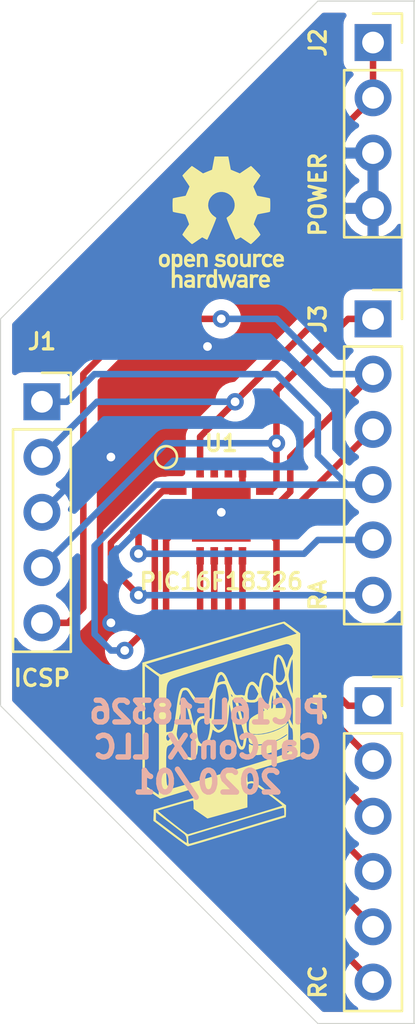
<source format=kicad_pcb>
(kicad_pcb (version 20171130) (host pcbnew 5.1.5-52549c5~84~ubuntu18.04.1)

  (general
    (thickness 1.6)
    (drawings 7)
    (tracks 106)
    (zones 0)
    (modules 7)
    (nets 15)
  )

  (page USLetter)
  (layers
    (0 F.Cu signal)
    (31 B.Cu signal)
    (32 B.Adhes user)
    (33 F.Adhes user)
    (34 B.Paste user)
    (35 F.Paste user)
    (36 B.SilkS user)
    (37 F.SilkS user)
    (38 B.Mask user)
    (39 F.Mask user)
    (40 Dwgs.User user)
    (41 Cmts.User user)
    (42 Eco1.User user)
    (43 Eco2.User user)
    (44 Edge.Cuts user)
    (45 Margin user)
    (46 B.CrtYd user)
    (47 F.CrtYd user)
    (48 B.Fab user)
    (49 F.Fab user)
  )

  (setup
    (last_trace_width 0.25)
    (user_trace_width 0.3)
    (trace_clearance 0.2)
    (zone_clearance 0.508)
    (zone_45_only no)
    (trace_min 0.2)
    (via_size 0.8)
    (via_drill 0.4)
    (via_min_size 0.4)
    (via_min_drill 0.3)
    (uvia_size 0.3)
    (uvia_drill 0.1)
    (uvias_allowed no)
    (uvia_min_size 0.2)
    (uvia_min_drill 0.1)
    (edge_width 0.05)
    (segment_width 0.2)
    (pcb_text_width 0.3)
    (pcb_text_size 1.5 1.5)
    (mod_edge_width 0.12)
    (mod_text_size 1 1)
    (mod_text_width 0.15)
    (pad_size 1.524 1.524)
    (pad_drill 0.762)
    (pad_to_mask_clearance 0.051)
    (solder_mask_min_width 0.25)
    (aux_axis_origin 0 0)
    (visible_elements FFFFFF7F)
    (pcbplotparams
      (layerselection 0x010fc_ffffffff)
      (usegerberextensions false)
      (usegerberattributes false)
      (usegerberadvancedattributes false)
      (creategerberjobfile false)
      (excludeedgelayer true)
      (linewidth 0.100000)
      (plotframeref false)
      (viasonmask false)
      (mode 1)
      (useauxorigin false)
      (hpglpennumber 1)
      (hpglpenspeed 20)
      (hpglpendiameter 15.000000)
      (psnegative false)
      (psa4output false)
      (plotreference true)
      (plotvalue true)
      (plotinvisibletext false)
      (padsonsilk false)
      (subtractmaskfromsilk true)
      (outputformat 1)
      (mirror false)
      (drillshape 0)
      (scaleselection 1)
      (outputdirectory "CAM/"))
  )

  (net 0 "")
  (net 1 "Net-(J1-Pad5)")
  (net 2 "Net-(J1-Pad4)")
  (net 3 "Net-(J1-Pad2)")
  (net 4 "Net-(J1-Pad1)")
  (net 5 "Net-(J3-Pad6)")
  (net 6 "Net-(J3-Pad5)")
  (net 7 "Net-(J3-Pad3)")
  (net 8 "Net-(J4-Pad6)")
  (net 9 "Net-(J4-Pad5)")
  (net 10 "Net-(J4-Pad4)")
  (net 11 "Net-(J4-Pad3)")
  (net 12 "Net-(J4-Pad2)")
  (net 13 "Net-(J4-Pad1)")
  (net 14 VSS)

  (net_class Default "This is the default net class."
    (clearance 0.2)
    (trace_width 0.25)
    (via_dia 0.8)
    (via_drill 0.4)
    (uvia_dia 0.3)
    (uvia_drill 0.1)
    (add_net "Net-(J1-Pad1)")
    (add_net "Net-(J1-Pad2)")
    (add_net "Net-(J1-Pad4)")
    (add_net "Net-(J1-Pad5)")
    (add_net "Net-(J3-Pad3)")
    (add_net "Net-(J3-Pad5)")
    (add_net "Net-(J3-Pad6)")
    (add_net "Net-(J4-Pad1)")
    (add_net "Net-(J4-Pad2)")
    (add_net "Net-(J4-Pad3)")
    (add_net "Net-(J4-Pad4)")
    (add_net "Net-(J4-Pad5)")
    (add_net "Net-(J4-Pad6)")
    (add_net VSS)
  )

  (module Symbol:OSHW-Logo_5.7x6mm_SilkScreen (layer F.Cu) (tedit 0) (tstamp 5E224D73)
    (at 135.255 96.52)
    (descr "Open Source Hardware Logo")
    (tags "Logo OSHW")
    (path /5ECE0D6F)
    (attr virtual)
    (fp_text reference LOGO2 (at 0 0) (layer F.SilkS) hide
      (effects (font (size 0.75 0.75) (thickness 0.15)))
    )
    (fp_text value SYM_Magnet_Small (at 0.75 0) (layer F.Fab) hide
      (effects (font (size 0.75 0.75) (thickness 0.15)))
    )
    (fp_poly (pts (xy 0.376964 -2.709982) (xy 0.433812 -2.40843) (xy 0.853338 -2.235488) (xy 1.104984 -2.406605)
      (xy 1.175458 -2.45425) (xy 1.239163 -2.49679) (xy 1.293126 -2.532285) (xy 1.334373 -2.55879)
      (xy 1.359934 -2.574364) (xy 1.366895 -2.577722) (xy 1.379435 -2.569086) (xy 1.406231 -2.545208)
      (xy 1.44428 -2.509141) (xy 1.490579 -2.463933) (xy 1.542123 -2.412636) (xy 1.595909 -2.358299)
      (xy 1.648935 -2.303972) (xy 1.698195 -2.252705) (xy 1.740687 -2.207549) (xy 1.773407 -2.171554)
      (xy 1.793351 -2.14777) (xy 1.798119 -2.13981) (xy 1.791257 -2.125135) (xy 1.77202 -2.092986)
      (xy 1.74243 -2.046508) (xy 1.70451 -1.988844) (xy 1.660282 -1.92314) (xy 1.634654 -1.885664)
      (xy 1.587941 -1.817232) (xy 1.546432 -1.75548) (xy 1.51214 -1.703481) (xy 1.48708 -1.664308)
      (xy 1.473264 -1.641035) (xy 1.471188 -1.636145) (xy 1.475895 -1.622245) (xy 1.488723 -1.58985)
      (xy 1.507738 -1.543515) (xy 1.531003 -1.487794) (xy 1.556584 -1.427242) (xy 1.582545 -1.366414)
      (xy 1.60695 -1.309864) (xy 1.627863 -1.262148) (xy 1.643349 -1.227819) (xy 1.651472 -1.211432)
      (xy 1.651952 -1.210788) (xy 1.664707 -1.207659) (xy 1.698677 -1.200679) (xy 1.75034 -1.190533)
      (xy 1.816176 -1.177908) (xy 1.892664 -1.163491) (xy 1.93729 -1.155177) (xy 2.019021 -1.139616)
      (xy 2.092843 -1.124808) (xy 2.155021 -1.111564) (xy 2.201822 -1.100695) (xy 2.229509 -1.093011)
      (xy 2.235074 -1.090573) (xy 2.240526 -1.07407) (xy 2.244924 -1.0368) (xy 2.248272 -0.98312)
      (xy 2.250574 -0.917388) (xy 2.251832 -0.843963) (xy 2.252048 -0.767204) (xy 2.251227 -0.691468)
      (xy 2.249371 -0.621114) (xy 2.246482 -0.5605) (xy 2.242565 -0.513984) (xy 2.237622 -0.485925)
      (xy 2.234657 -0.480084) (xy 2.216934 -0.473083) (xy 2.179381 -0.463073) (xy 2.126964 -0.451231)
      (xy 2.064652 -0.438733) (xy 2.0429 -0.43469) (xy 1.938024 -0.41548) (xy 1.85518 -0.400009)
      (xy 1.79163 -0.387663) (xy 1.744637 -0.377827) (xy 1.711463 -0.369886) (xy 1.689371 -0.363224)
      (xy 1.675624 -0.357227) (xy 1.667484 -0.351281) (xy 1.666345 -0.350106) (xy 1.654977 -0.331174)
      (xy 1.637635 -0.294331) (xy 1.61605 -0.244087) (xy 1.591954 -0.184954) (xy 1.567079 -0.121444)
      (xy 1.543157 -0.058068) (xy 1.521919 0.000662) (xy 1.505097 0.050235) (xy 1.494422 0.086139)
      (xy 1.491627 0.103862) (xy 1.49186 0.104483) (xy 1.501331 0.11897) (xy 1.522818 0.150844)
      (xy 1.554063 0.196789) (xy 1.592807 0.253485) (xy 1.636793 0.317617) (xy 1.649319 0.335842)
      (xy 1.693984 0.401914) (xy 1.733288 0.4622) (xy 1.765088 0.513235) (xy 1.787245 0.55156)
      (xy 1.797617 0.573711) (xy 1.798119 0.576432) (xy 1.789405 0.590736) (xy 1.765325 0.619072)
      (xy 1.728976 0.658396) (xy 1.683453 0.705661) (xy 1.631852 0.757823) (xy 1.577267 0.811835)
      (xy 1.522794 0.864653) (xy 1.471529 0.913231) (xy 1.426567 0.954523) (xy 1.391004 0.985485)
      (xy 1.367935 1.00307) (xy 1.361554 1.005941) (xy 1.346699 0.999178) (xy 1.316286 0.980939)
      (xy 1.275268 0.954297) (xy 1.243709 0.932852) (xy 1.186525 0.893503) (xy 1.118806 0.847171)
      (xy 1.05088 0.800913) (xy 1.014361 0.776155) (xy 0.890752 0.692547) (xy 0.786991 0.74865)
      (xy 0.73972 0.773228) (xy 0.699523 0.792331) (xy 0.672326 0.803227) (xy 0.665402 0.804743)
      (xy 0.657077 0.793549) (xy 0.640654 0.761917) (xy 0.617357 0.712765) (xy 0.588414 0.64901)
      (xy 0.55505 0.573571) (xy 0.518491 0.489364) (xy 0.479964 0.399308) (xy 0.440694 0.306321)
      (xy 0.401908 0.21332) (xy 0.36483 0.123223) (xy 0.330689 0.038948) (xy 0.300708 -0.036587)
      (xy 0.276116 -0.100466) (xy 0.258136 -0.149769) (xy 0.247997 -0.181579) (xy 0.246366 -0.192504)
      (xy 0.259291 -0.206439) (xy 0.287589 -0.22906) (xy 0.325346 -0.255667) (xy 0.328515 -0.257772)
      (xy 0.4261 -0.335886) (xy 0.504786 -0.427018) (xy 0.563891 -0.528255) (xy 0.602732 -0.636682)
      (xy 0.620628 -0.749386) (xy 0.616897 -0.863452) (xy 0.590857 -0.975966) (xy 0.541825 -1.084015)
      (xy 0.5274 -1.107655) (xy 0.452369 -1.203113) (xy 0.36373 -1.279768) (xy 0.264549 -1.33722)
      (xy 0.157895 -1.375071) (xy 0.046836 -1.392922) (xy -0.065561 -1.390375) (xy -0.176227 -1.36703)
      (xy -0.282094 -1.32249) (xy -0.380095 -1.256355) (xy -0.41041 -1.229513) (xy -0.487562 -1.145488)
      (xy -0.543782 -1.057034) (xy -0.582347 -0.957885) (xy -0.603826 -0.859697) (xy -0.609128 -0.749303)
      (xy -0.591448 -0.63836) (xy -0.552581 -0.530619) (xy -0.494323 -0.429831) (xy -0.418469 -0.339744)
      (xy -0.326817 -0.264108) (xy -0.314772 -0.256136) (xy -0.276611 -0.230026) (xy -0.247601 -0.207405)
      (xy -0.233732 -0.192961) (xy -0.233531 -0.192504) (xy -0.236508 -0.176879) (xy -0.248311 -0.141418)
      (xy -0.267714 -0.089038) (xy -0.293488 -0.022655) (xy -0.324409 0.054814) (xy -0.359249 0.14045)
      (xy -0.396783 0.231337) (xy -0.435783 0.324559) (xy -0.475023 0.417197) (xy -0.513276 0.506335)
      (xy -0.549317 0.589055) (xy -0.581917 0.662441) (xy -0.609852 0.723575) (xy -0.631895 0.769541)
      (xy -0.646818 0.797421) (xy -0.652828 0.804743) (xy -0.671191 0.799041) (xy -0.705552 0.783749)
      (xy -0.749984 0.761599) (xy -0.774417 0.74865) (xy -0.878178 0.692547) (xy -1.001787 0.776155)
      (xy -1.064886 0.818987) (xy -1.13397 0.866122) (xy -1.198707 0.910503) (xy -1.231134 0.932852)
      (xy -1.276741 0.963477) (xy -1.31536 0.987747) (xy -1.341952 1.002587) (xy -1.35059 1.005724)
      (xy -1.363161 0.997261) (xy -1.390984 0.973636) (xy -1.431361 0.937302) (xy -1.481595 0.890711)
      (xy -1.538988 0.836317) (xy -1.575286 0.801392) (xy -1.63879 0.738996) (xy -1.693673 0.683188)
      (xy -1.737714 0.636354) (xy -1.768695 0.600882) (xy -1.784398 0.579161) (xy -1.785905 0.574752)
      (xy -1.778914 0.557985) (xy -1.759594 0.524082) (xy -1.730091 0.476476) (xy -1.692545 0.418599)
      (xy -1.6491 0.353884) (xy -1.636745 0.335842) (xy -1.591727 0.270267) (xy -1.55134 0.211228)
      (xy -1.51784 0.162042) (xy -1.493486 0.126028) (xy -1.480536 0.106502) (xy -1.479285 0.104483)
      (xy -1.481156 0.088922) (xy -1.491087 0.054709) (xy -1.507347 0.006355) (xy -1.528205 -0.051629)
      (xy -1.551927 -0.11473) (xy -1.576784 -0.178437) (xy -1.601042 -0.238239) (xy -1.622971 -0.289624)
      (xy -1.640838 -0.328081) (xy -1.652913 -0.349098) (xy -1.653771 -0.350106) (xy -1.661154 -0.356112)
      (xy -1.673625 -0.362052) (xy -1.69392 -0.36854) (xy -1.724778 -0.376191) (xy -1.768934 -0.38562)
      (xy -1.829126 -0.397441) (xy -1.908093 -0.412271) (xy -2.00857 -0.430723) (xy -2.030325 -0.43469)
      (xy -2.094802 -0.447147) (xy -2.151011 -0.459334) (xy -2.193987 -0.470074) (xy -2.21876 -0.478191)
      (xy -2.222082 -0.480084) (xy -2.227556 -0.496862) (xy -2.232006 -0.534355) (xy -2.235428 -0.588206)
      (xy -2.237819 -0.654056) (xy -2.239177 -0.727547) (xy -2.239499 -0.80432) (xy -2.238781 -0.880017)
      (xy -2.237021 -0.95028) (xy -2.234216 -1.01075) (xy -2.230362 -1.05707) (xy -2.225457 -1.084881)
      (xy -2.2225 -1.090573) (xy -2.206037 -1.096314) (xy -2.168551 -1.105655) (xy -2.113775 -1.117785)
      (xy -2.045445 -1.131893) (xy -1.967294 -1.14717) (xy -1.924716 -1.155177) (xy -1.843929 -1.170279)
      (xy -1.771887 -1.18396) (xy -1.712111 -1.195533) (xy -1.668121 -1.204313) (xy -1.643439 -1.209613)
      (xy -1.639377 -1.210788) (xy -1.632511 -1.224035) (xy -1.617998 -1.255943) (xy -1.597771 -1.301953)
      (xy -1.573766 -1.357508) (xy -1.547918 -1.418047) (xy -1.52216 -1.479014) (xy -1.498427 -1.535849)
      (xy -1.478654 -1.583994) (xy -1.464776 -1.61889) (xy -1.458726 -1.635979) (xy -1.458614 -1.636726)
      (xy -1.465472 -1.650207) (xy -1.484698 -1.68123) (xy -1.514272 -1.726711) (xy -1.552173 -1.783568)
      (xy -1.59638 -1.848717) (xy -1.622079 -1.886138) (xy -1.668907 -1.954753) (xy -1.710499 -2.017048)
      (xy -1.744825 -2.069871) (xy -1.769857 -2.110073) (xy -1.783565 -2.1345) (xy -1.785544 -2.139976)
      (xy -1.777034 -2.152722) (xy -1.753507 -2.179937) (xy -1.717968 -2.218572) (xy -1.673423 -2.265577)
      (xy -1.622877 -2.317905) (xy -1.569336 -2.372505) (xy -1.515805 -2.42633) (xy -1.465289 -2.47633)
      (xy -1.420794 -2.519457) (xy -1.385325 -2.552661) (xy -1.361887 -2.572894) (xy -1.354046 -2.577722)
      (xy -1.34128 -2.570933) (xy -1.310744 -2.551858) (xy -1.26541 -2.522439) (xy -1.208244 -2.484619)
      (xy -1.142216 -2.440339) (xy -1.09241 -2.406605) (xy -0.840764 -2.235488) (xy -0.631001 -2.321959)
      (xy -0.421237 -2.40843) (xy -0.364389 -2.709982) (xy -0.30754 -3.011534) (xy 0.320115 -3.011534)
      (xy 0.376964 -2.709982)) (layer F.SilkS) (width 0.01))
    (fp_poly (pts (xy 1.79946 1.45803) (xy 1.842711 1.471245) (xy 1.870558 1.487941) (xy 1.879629 1.501145)
      (xy 1.877132 1.516797) (xy 1.860931 1.541385) (xy 1.847232 1.5588) (xy 1.818992 1.590283)
      (xy 1.797775 1.603529) (xy 1.779688 1.602664) (xy 1.726035 1.58901) (xy 1.68663 1.58963)
      (xy 1.654632 1.605104) (xy 1.64389 1.614161) (xy 1.609505 1.646027) (xy 1.609505 2.062179)
      (xy 1.471188 2.062179) (xy 1.471188 1.458614) (xy 1.540347 1.458614) (xy 1.581869 1.460256)
      (xy 1.603291 1.466087) (xy 1.609502 1.477461) (xy 1.609505 1.477798) (xy 1.612439 1.489713)
      (xy 1.625704 1.488159) (xy 1.644084 1.479563) (xy 1.682046 1.463568) (xy 1.712872 1.453945)
      (xy 1.752536 1.451478) (xy 1.79946 1.45803)) (layer F.SilkS) (width 0.01))
    (fp_poly (pts (xy -0.754012 1.469002) (xy -0.722717 1.48395) (xy -0.692409 1.505541) (xy -0.669318 1.530391)
      (xy -0.6525 1.562087) (xy -0.641006 1.604214) (xy -0.633891 1.660358) (xy -0.630207 1.734106)
      (xy -0.629008 1.829044) (xy -0.628989 1.838985) (xy -0.628713 2.062179) (xy -0.76703 2.062179)
      (xy -0.76703 1.856418) (xy -0.767128 1.780189) (xy -0.767809 1.724939) (xy -0.769651 1.686501)
      (xy -0.773233 1.660706) (xy -0.779132 1.643384) (xy -0.787927 1.630368) (xy -0.80018 1.617507)
      (xy -0.843047 1.589873) (xy -0.889843 1.584745) (xy -0.934424 1.602217) (xy -0.949928 1.615221)
      (xy -0.96131 1.627447) (xy -0.969481 1.64054) (xy -0.974974 1.658615) (xy -0.97832 1.685787)
      (xy -0.980051 1.72617) (xy -0.980697 1.783879) (xy -0.980792 1.854132) (xy -0.980792 2.062179)
      (xy -1.119109 2.062179) (xy -1.119109 1.458614) (xy -1.04995 1.458614) (xy -1.008428 1.460256)
      (xy -0.987006 1.466087) (xy -0.980795 1.477461) (xy -0.980792 1.477798) (xy -0.97791 1.488938)
      (xy -0.965199 1.487674) (xy -0.939926 1.475434) (xy -0.882605 1.457424) (xy -0.817037 1.455421)
      (xy -0.754012 1.469002)) (layer F.SilkS) (width 0.01))
    (fp_poly (pts (xy 2.677898 1.456457) (xy 2.710096 1.464279) (xy 2.771825 1.492921) (xy 2.82461 1.536667)
      (xy 2.861141 1.589117) (xy 2.86616 1.600893) (xy 2.873045 1.63174) (xy 2.877864 1.677371)
      (xy 2.879505 1.723492) (xy 2.879505 1.810693) (xy 2.697178 1.810693) (xy 2.621979 1.810978)
      (xy 2.569003 1.812704) (xy 2.535325 1.817181) (xy 2.51802 1.82572) (xy 2.514163 1.83963)
      (xy 2.520829 1.860222) (xy 2.53277 1.884315) (xy 2.56608 1.924525) (xy 2.612368 1.944558)
      (xy 2.668944 1.943905) (xy 2.733031 1.922101) (xy 2.788417 1.895193) (xy 2.834375 1.931532)
      (xy 2.880333 1.967872) (xy 2.837096 2.007819) (xy 2.779374 2.045563) (xy 2.708386 2.06832)
      (xy 2.632029 2.074688) (xy 2.558199 2.063268) (xy 2.546287 2.059393) (xy 2.481399 2.025506)
      (xy 2.43313 1.974986) (xy 2.400465 1.906325) (xy 2.382385 1.818014) (xy 2.382175 1.816121)
      (xy 2.380556 1.719878) (xy 2.3871 1.685542) (xy 2.514852 1.685542) (xy 2.526584 1.690822)
      (xy 2.558438 1.694867) (xy 2.605397 1.697176) (xy 2.635154 1.697525) (xy 2.690648 1.697306)
      (xy 2.725346 1.695916) (xy 2.743601 1.692251) (xy 2.749766 1.68521) (xy 2.748195 1.67369)
      (xy 2.746878 1.669233) (xy 2.724382 1.627355) (xy 2.689003 1.593604) (xy 2.65778 1.578773)
      (xy 2.616301 1.579668) (xy 2.574269 1.598164) (xy 2.539012 1.628786) (xy 2.517854 1.666062)
      (xy 2.514852 1.685542) (xy 2.3871 1.685542) (xy 2.39669 1.635229) (xy 2.428698 1.564191)
      (xy 2.474701 1.508779) (xy 2.532821 1.471009) (xy 2.60118 1.452896) (xy 2.677898 1.456457)) (layer F.SilkS) (width 0.01))
    (fp_poly (pts (xy 2.217226 1.46388) (xy 2.29008 1.49483) (xy 2.313027 1.509895) (xy 2.342354 1.533048)
      (xy 2.360764 1.551253) (xy 2.363961 1.557183) (xy 2.354935 1.57034) (xy 2.331837 1.592667)
      (xy 2.313344 1.60825) (xy 2.262728 1.648926) (xy 2.22276 1.615295) (xy 2.191874 1.593584)
      (xy 2.161759 1.58609) (xy 2.127292 1.58792) (xy 2.072561 1.601528) (xy 2.034886 1.629772)
      (xy 2.011991 1.675433) (xy 2.001597 1.741289) (xy 2.001595 1.741331) (xy 2.002494 1.814939)
      (xy 2.016463 1.868946) (xy 2.044328 1.905716) (xy 2.063325 1.918168) (xy 2.113776 1.933673)
      (xy 2.167663 1.933683) (xy 2.214546 1.918638) (xy 2.225644 1.911287) (xy 2.253476 1.892511)
      (xy 2.275236 1.889434) (xy 2.298704 1.903409) (xy 2.324649 1.92851) (xy 2.365716 1.97088)
      (xy 2.320121 2.008464) (xy 2.249674 2.050882) (xy 2.170233 2.071785) (xy 2.087215 2.070272)
      (xy 2.032694 2.056411) (xy 1.96897 2.022135) (xy 1.918005 1.968212) (xy 1.894851 1.930149)
      (xy 1.876099 1.875536) (xy 1.866715 1.806369) (xy 1.866643 1.731407) (xy 1.875824 1.659409)
      (xy 1.894199 1.599137) (xy 1.897093 1.592958) (xy 1.939952 1.532351) (xy 1.997979 1.488224)
      (xy 2.066591 1.461493) (xy 2.141201 1.453073) (xy 2.217226 1.46388)) (layer F.SilkS) (width 0.01))
    (fp_poly (pts (xy 0.993367 1.654342) (xy 0.994555 1.746563) (xy 0.998897 1.81661) (xy 1.007558 1.867381)
      (xy 1.021704 1.901772) (xy 1.0425 1.922679) (xy 1.07111 1.933) (xy 1.106535 1.935636)
      (xy 1.143636 1.932682) (xy 1.171818 1.921889) (xy 1.192243 1.90036) (xy 1.206079 1.865199)
      (xy 1.214491 1.81351) (xy 1.218643 1.742394) (xy 1.219703 1.654342) (xy 1.219703 1.458614)
      (xy 1.35802 1.458614) (xy 1.35802 2.062179) (xy 1.288862 2.062179) (xy 1.24717 2.060489)
      (xy 1.225701 2.054556) (xy 1.219703 2.043293) (xy 1.216091 2.033261) (xy 1.201714 2.035383)
      (xy 1.172736 2.04958) (xy 1.106319 2.07148) (xy 1.035875 2.069928) (xy 0.968377 2.046147)
      (xy 0.936233 2.027362) (xy 0.911715 2.007022) (xy 0.893804 1.981573) (xy 0.881479 1.947458)
      (xy 0.873723 1.901121) (xy 0.869516 1.839007) (xy 0.86784 1.757561) (xy 0.867624 1.694578)
      (xy 0.867624 1.458614) (xy 0.993367 1.458614) (xy 0.993367 1.654342)) (layer F.SilkS) (width 0.01))
    (fp_poly (pts (xy 0.610762 1.466055) (xy 0.674363 1.500692) (xy 0.724123 1.555372) (xy 0.747568 1.599842)
      (xy 0.757634 1.639121) (xy 0.764156 1.695116) (xy 0.766951 1.759621) (xy 0.765836 1.824429)
      (xy 0.760626 1.881334) (xy 0.754541 1.911727) (xy 0.734014 1.953306) (xy 0.698463 1.997468)
      (xy 0.655619 2.036087) (xy 0.613211 2.061034) (xy 0.612177 2.06143) (xy 0.559553 2.072331)
      (xy 0.497188 2.072601) (xy 0.437924 2.062676) (xy 0.41504 2.054722) (xy 0.356102 2.0213)
      (xy 0.31389 1.977511) (xy 0.286156 1.919538) (xy 0.270651 1.843565) (xy 0.267143 1.803771)
      (xy 0.26759 1.753766) (xy 0.402376 1.753766) (xy 0.406917 1.826732) (xy 0.419986 1.882334)
      (xy 0.440756 1.917861) (xy 0.455552 1.92802) (xy 0.493464 1.935104) (xy 0.538527 1.933007)
      (xy 0.577487 1.922812) (xy 0.587704 1.917204) (xy 0.614659 1.884538) (xy 0.632451 1.834545)
      (xy 0.640024 1.773705) (xy 0.636325 1.708497) (xy 0.628057 1.669253) (xy 0.60432 1.623805)
      (xy 0.566849 1.595396) (xy 0.52172 1.585573) (xy 0.475011 1.595887) (xy 0.439132 1.621112)
      (xy 0.420277 1.641925) (xy 0.409272 1.662439) (xy 0.404026 1.690203) (xy 0.402449 1.732762)
      (xy 0.402376 1.753766) (xy 0.26759 1.753766) (xy 0.268094 1.69758) (xy 0.285388 1.610501)
      (xy 0.319029 1.54253) (xy 0.369018 1.493664) (xy 0.435356 1.463899) (xy 0.449601 1.460448)
      (xy 0.53521 1.452345) (xy 0.610762 1.466055)) (layer F.SilkS) (width 0.01))
    (fp_poly (pts (xy 0.014017 1.456452) (xy 0.061634 1.465482) (xy 0.111034 1.48437) (xy 0.116312 1.486777)
      (xy 0.153774 1.506476) (xy 0.179717 1.524781) (xy 0.188103 1.536508) (xy 0.180117 1.555632)
      (xy 0.16072 1.58385) (xy 0.15211 1.594384) (xy 0.116628 1.635847) (xy 0.070885 1.608858)
      (xy 0.02735 1.590878) (xy -0.02295 1.581267) (xy -0.071188 1.58066) (xy -0.108533 1.589691)
      (xy -0.117495 1.595327) (xy -0.134563 1.621171) (xy -0.136637 1.650941) (xy -0.123866 1.674197)
      (xy -0.116312 1.678708) (xy -0.093675 1.684309) (xy -0.053885 1.690892) (xy -0.004834 1.697183)
      (xy 0.004215 1.69817) (xy 0.082996 1.711798) (xy 0.140136 1.734946) (xy 0.17803 1.769752)
      (xy 0.199079 1.818354) (xy 0.205635 1.877718) (xy 0.196577 1.945198) (xy 0.167164 1.998188)
      (xy 0.117278 2.036783) (xy 0.0468 2.061081) (xy -0.031435 2.070667) (xy -0.095234 2.070552)
      (xy -0.146984 2.061845) (xy -0.182327 2.049825) (xy -0.226983 2.02888) (xy -0.268253 2.004574)
      (xy -0.282921 1.993876) (xy -0.320643 1.963084) (xy -0.275148 1.917049) (xy -0.229653 1.871013)
      (xy -0.177928 1.905243) (xy -0.126048 1.930952) (xy -0.070649 1.944399) (xy -0.017395 1.945818)
      (xy 0.028049 1.935443) (xy 0.060016 1.913507) (xy 0.070338 1.894998) (xy 0.068789 1.865314)
      (xy 0.04314 1.842615) (xy -0.00654 1.82694) (xy -0.060969 1.819695) (xy -0.144736 1.805873)
      (xy -0.206967 1.779796) (xy -0.248493 1.740699) (xy -0.270147 1.68782) (xy -0.273147 1.625126)
      (xy -0.258329 1.559642) (xy -0.224546 1.510144) (xy -0.171495 1.476408) (xy -0.098874 1.458207)
      (xy -0.045072 1.454639) (xy 0.014017 1.456452)) (layer F.SilkS) (width 0.01))
    (fp_poly (pts (xy -1.356699 1.472614) (xy -1.344168 1.478514) (xy -1.300799 1.510283) (xy -1.25979 1.556646)
      (xy -1.229168 1.607696) (xy -1.220459 1.631166) (xy -1.212512 1.673091) (xy -1.207774 1.723757)
      (xy -1.207199 1.744679) (xy -1.207129 1.810693) (xy -1.587083 1.810693) (xy -1.578983 1.845273)
      (xy -1.559104 1.88617) (xy -1.524347 1.921514) (xy -1.482998 1.944282) (xy -1.456649 1.94901)
      (xy -1.420916 1.943273) (xy -1.378282 1.928882) (xy -1.363799 1.922262) (xy -1.31024 1.895513)
      (xy -1.264533 1.930376) (xy -1.238158 1.953955) (xy -1.224124 1.973417) (xy -1.223414 1.979129)
      (xy -1.235951 1.992973) (xy -1.263428 2.014012) (xy -1.288366 2.030425) (xy -1.355664 2.05993)
      (xy -1.43111 2.073284) (xy -1.505888 2.069812) (xy -1.565495 2.051663) (xy -1.626941 2.012784)
      (xy -1.670608 1.961595) (xy -1.697926 1.895367) (xy -1.710322 1.811371) (xy -1.711421 1.772936)
      (xy -1.707022 1.684861) (xy -1.706482 1.682299) (xy -1.580582 1.682299) (xy -1.577115 1.690558)
      (xy -1.562863 1.695113) (xy -1.53347 1.697065) (xy -1.484575 1.697517) (xy -1.465748 1.697525)
      (xy -1.408467 1.696843) (xy -1.372141 1.694364) (xy -1.352604 1.689443) (xy -1.34569 1.681434)
      (xy -1.345445 1.678862) (xy -1.353336 1.658423) (xy -1.373085 1.629789) (xy -1.381575 1.619763)
      (xy -1.413094 1.591408) (xy -1.445949 1.580259) (xy -1.463651 1.579327) (xy -1.511539 1.590981)
      (xy -1.551699 1.622285) (xy -1.577173 1.667752) (xy -1.577625 1.669233) (xy -1.580582 1.682299)
      (xy -1.706482 1.682299) (xy -1.692392 1.61551) (xy -1.666038 1.560025) (xy -1.633807 1.520639)
      (xy -1.574217 1.477931) (xy -1.504168 1.455109) (xy -1.429661 1.453046) (xy -1.356699 1.472614)) (layer F.SilkS) (width 0.01))
    (fp_poly (pts (xy -2.538261 1.465148) (xy -2.472479 1.494231) (xy -2.42254 1.542793) (xy -2.388374 1.610908)
      (xy -2.369907 1.698651) (xy -2.368583 1.712351) (xy -2.367546 1.808939) (xy -2.380993 1.893602)
      (xy -2.408108 1.962221) (xy -2.422627 1.984294) (xy -2.473201 2.031011) (xy -2.537609 2.061268)
      (xy -2.609666 2.073824) (xy -2.683185 2.067439) (xy -2.739072 2.047772) (xy -2.787132 2.014629)
      (xy -2.826412 1.971175) (xy -2.827092 1.970158) (xy -2.843044 1.943338) (xy -2.85341 1.916368)
      (xy -2.859688 1.882332) (xy -2.863373 1.83431) (xy -2.864997 1.794931) (xy -2.865672 1.759219)
      (xy -2.739955 1.759219) (xy -2.738726 1.79477) (xy -2.734266 1.842094) (xy -2.726397 1.872465)
      (xy -2.712207 1.894072) (xy -2.698917 1.906694) (xy -2.651802 1.933122) (xy -2.602505 1.936653)
      (xy -2.556593 1.917639) (xy -2.533638 1.896331) (xy -2.517096 1.874859) (xy -2.507421 1.854313)
      (xy -2.503174 1.827574) (xy -2.50292 1.787523) (xy -2.504228 1.750638) (xy -2.507043 1.697947)
      (xy -2.511505 1.663772) (xy -2.519548 1.64148) (xy -2.533103 1.624442) (xy -2.543845 1.614703)
      (xy -2.588777 1.589123) (xy -2.637249 1.587847) (xy -2.677894 1.602999) (xy -2.712567 1.634642)
      (xy -2.733224 1.68662) (xy -2.739955 1.759219) (xy -2.865672 1.759219) (xy -2.866479 1.716621)
      (xy -2.863948 1.658056) (xy -2.856362 1.614007) (xy -2.842681 1.579248) (xy -2.821865 1.548551)
      (xy -2.814147 1.539436) (xy -2.765889 1.494021) (xy -2.714128 1.467493) (xy -2.650828 1.456379)
      (xy -2.619961 1.455471) (xy -2.538261 1.465148)) (layer F.SilkS) (width 0.01))
    (fp_poly (pts (xy 2.032581 2.40497) (xy 2.092685 2.420597) (xy 2.143021 2.452848) (xy 2.167393 2.47694)
      (xy 2.207345 2.533895) (xy 2.230242 2.599965) (xy 2.238108 2.681182) (xy 2.238148 2.687748)
      (xy 2.238218 2.753763) (xy 1.858264 2.753763) (xy 1.866363 2.788342) (xy 1.880987 2.819659)
      (xy 1.906581 2.852291) (xy 1.911935 2.8575) (xy 1.957943 2.885694) (xy 2.01041 2.890475)
      (xy 2.070803 2.871926) (xy 2.08104 2.866931) (xy 2.112439 2.851745) (xy 2.13347 2.843094)
      (xy 2.137139 2.842293) (xy 2.149948 2.850063) (xy 2.174378 2.869072) (xy 2.186779 2.87946)
      (xy 2.212476 2.903321) (xy 2.220915 2.919077) (xy 2.215058 2.933571) (xy 2.211928 2.937534)
      (xy 2.190725 2.954879) (xy 2.155738 2.975959) (xy 2.131337 2.988265) (xy 2.062072 3.009946)
      (xy 1.985388 3.016971) (xy 1.912765 3.008647) (xy 1.892426 3.002686) (xy 1.829476 2.968952)
      (xy 1.782815 2.917045) (xy 1.752173 2.846459) (xy 1.737282 2.756692) (xy 1.735647 2.709753)
      (xy 1.740421 2.641413) (xy 1.86099 2.641413) (xy 1.872652 2.646465) (xy 1.903998 2.650429)
      (xy 1.949571 2.652768) (xy 1.980446 2.653169) (xy 2.035981 2.652783) (xy 2.071033 2.650975)
      (xy 2.090262 2.646773) (xy 2.09833 2.639203) (xy 2.099901 2.628218) (xy 2.089121 2.594381)
      (xy 2.06198 2.56094) (xy 2.026277 2.535272) (xy 1.99056 2.524772) (xy 1.942048 2.534086)
      (xy 1.900053 2.561013) (xy 1.870936 2.599827) (xy 1.86099 2.641413) (xy 1.740421 2.641413)
      (xy 1.742599 2.610236) (xy 1.764055 2.530949) (xy 1.80047 2.471263) (xy 1.852297 2.430549)
      (xy 1.91999 2.408179) (xy 1.956662 2.403871) (xy 2.032581 2.40497)) (layer F.SilkS) (width 0.01))
    (fp_poly (pts (xy 1.635255 2.401486) (xy 1.683595 2.411015) (xy 1.711114 2.425125) (xy 1.740064 2.448568)
      (xy 1.698876 2.500571) (xy 1.673482 2.532064) (xy 1.656238 2.547428) (xy 1.639102 2.549776)
      (xy 1.614027 2.542217) (xy 1.602257 2.537941) (xy 1.55427 2.531631) (xy 1.510324 2.545156)
      (xy 1.47806 2.57571) (xy 1.472819 2.585452) (xy 1.467112 2.611258) (xy 1.462706 2.658817)
      (xy 1.459811 2.724758) (xy 1.458631 2.80571) (xy 1.458614 2.817226) (xy 1.458614 3.017822)
      (xy 1.320297 3.017822) (xy 1.320297 2.401683) (xy 1.389456 2.401683) (xy 1.429333 2.402725)
      (xy 1.450107 2.407358) (xy 1.457789 2.417849) (xy 1.458614 2.427745) (xy 1.458614 2.453806)
      (xy 1.491745 2.427745) (xy 1.529735 2.409965) (xy 1.58077 2.401174) (xy 1.635255 2.401486)) (layer F.SilkS) (width 0.01))
    (fp_poly (pts (xy 1.038411 2.405417) (xy 1.091411 2.41829) (xy 1.106731 2.42511) (xy 1.136428 2.442974)
      (xy 1.15922 2.463093) (xy 1.176083 2.488962) (xy 1.187998 2.524073) (xy 1.195942 2.57192)
      (xy 1.200894 2.635996) (xy 1.203831 2.719794) (xy 1.204947 2.775768) (xy 1.209052 3.017822)
      (xy 1.138932 3.017822) (xy 1.096393 3.016038) (xy 1.074476 3.009942) (xy 1.068812 2.999706)
      (xy 1.065821 2.988637) (xy 1.052451 2.990754) (xy 1.034233 2.999629) (xy 0.988624 3.013233)
      (xy 0.930007 3.016899) (xy 0.868354 3.010903) (xy 0.813638 2.995521) (xy 0.80873 2.993386)
      (xy 0.758723 2.958255) (xy 0.725756 2.909419) (xy 0.710587 2.852333) (xy 0.711746 2.831824)
      (xy 0.835508 2.831824) (xy 0.846413 2.859425) (xy 0.878745 2.879204) (xy 0.93091 2.889819)
      (xy 0.958787 2.891228) (xy 1.005247 2.88762) (xy 1.036129 2.873597) (xy 1.043664 2.866931)
      (xy 1.064076 2.830666) (xy 1.068812 2.797773) (xy 1.068812 2.753763) (xy 1.007513 2.753763)
      (xy 0.936256 2.757395) (xy 0.886276 2.768818) (xy 0.854696 2.788824) (xy 0.847626 2.797743)
      (xy 0.835508 2.831824) (xy 0.711746 2.831824) (xy 0.713971 2.792456) (xy 0.736663 2.735244)
      (xy 0.767624 2.69658) (xy 0.786376 2.679864) (xy 0.804733 2.668878) (xy 0.828619 2.66218)
      (xy 0.863957 2.658326) (xy 0.916669 2.655873) (xy 0.937577 2.655168) (xy 1.068812 2.650879)
      (xy 1.06862 2.611158) (xy 1.063537 2.569405) (xy 1.045162 2.544158) (xy 1.008039 2.52803)
      (xy 1.007043 2.527742) (xy 0.95441 2.5214) (xy 0.902906 2.529684) (xy 0.86463 2.549827)
      (xy 0.849272 2.559773) (xy 0.83273 2.558397) (xy 0.807275 2.543987) (xy 0.792328 2.533817)
      (xy 0.763091 2.512088) (xy 0.74498 2.4958) (xy 0.742074 2.491137) (xy 0.75404 2.467005)
      (xy 0.789396 2.438185) (xy 0.804753 2.428461) (xy 0.848901 2.411714) (xy 0.908398 2.402227)
      (xy 0.974487 2.400095) (xy 1.038411 2.405417)) (layer F.SilkS) (width 0.01))
    (fp_poly (pts (xy 0.281524 2.404237) (xy 0.331255 2.407971) (xy 0.461291 2.797773) (xy 0.481678 2.728614)
      (xy 0.493946 2.685874) (xy 0.510085 2.628115) (xy 0.527512 2.564625) (xy 0.536726 2.53057)
      (xy 0.571388 2.401683) (xy 0.714391 2.401683) (xy 0.671646 2.536857) (xy 0.650596 2.603342)
      (xy 0.625167 2.683539) (xy 0.59861 2.767193) (xy 0.574902 2.841782) (xy 0.520902 3.011535)
      (xy 0.462598 3.015328) (xy 0.404295 3.019122) (xy 0.372679 2.914734) (xy 0.353182 2.849889)
      (xy 0.331904 2.7784) (xy 0.313308 2.715263) (xy 0.312574 2.71275) (xy 0.298684 2.669969)
      (xy 0.286429 2.640779) (xy 0.277846 2.629741) (xy 0.276082 2.631018) (xy 0.269891 2.64813)
      (xy 0.258128 2.684787) (xy 0.242225 2.736378) (xy 0.223614 2.798294) (xy 0.213543 2.832352)
      (xy 0.159007 3.017822) (xy 0.043264 3.017822) (xy -0.049263 2.725471) (xy -0.075256 2.643462)
      (xy -0.098934 2.568987) (xy -0.11918 2.505544) (xy -0.134874 2.456632) (xy -0.144898 2.425749)
      (xy -0.147945 2.416726) (xy -0.145533 2.407487) (xy -0.126592 2.403441) (xy -0.087177 2.403846)
      (xy -0.081007 2.404152) (xy -0.007914 2.407971) (xy 0.039957 2.58401) (xy 0.057553 2.648211)
      (xy 0.073277 2.704649) (xy 0.085746 2.748422) (xy 0.093574 2.77463) (xy 0.09502 2.778903)
      (xy 0.101014 2.77399) (xy 0.113101 2.748532) (xy 0.129893 2.705997) (xy 0.150003 2.64985)
      (xy 0.167003 2.59913) (xy 0.231794 2.400504) (xy 0.281524 2.404237)) (layer F.SilkS) (width 0.01))
    (fp_poly (pts (xy -0.201188 3.017822) (xy -0.270346 3.017822) (xy -0.310488 3.016645) (xy -0.331394 3.011772)
      (xy -0.338922 3.001186) (xy -0.339505 2.994029) (xy -0.340774 2.979676) (xy -0.348779 2.976923)
      (xy -0.369815 2.985771) (xy -0.386173 2.994029) (xy -0.448977 3.013597) (xy -0.517248 3.014729)
      (xy -0.572752 3.000135) (xy -0.624438 2.964877) (xy -0.663838 2.912835) (xy -0.685413 2.85145)
      (xy -0.685962 2.848018) (xy -0.689167 2.810571) (xy -0.690761 2.756813) (xy -0.690633 2.716155)
      (xy -0.553279 2.716155) (xy -0.550097 2.770194) (xy -0.542859 2.814735) (xy -0.53306 2.839888)
      (xy -0.495989 2.87426) (xy -0.451974 2.886582) (xy -0.406584 2.876618) (xy -0.367797 2.846895)
      (xy -0.353108 2.826905) (xy -0.344519 2.80305) (xy -0.340496 2.76823) (xy -0.339505 2.71593)
      (xy -0.341278 2.664139) (xy -0.345963 2.618634) (xy -0.352603 2.588181) (xy -0.35371 2.585452)
      (xy -0.380491 2.553) (xy -0.419579 2.535183) (xy -0.463315 2.532306) (xy -0.504038 2.544674)
      (xy -0.534087 2.572593) (xy -0.537204 2.578148) (xy -0.546961 2.612022) (xy -0.552277 2.660728)
      (xy -0.553279 2.716155) (xy -0.690633 2.716155) (xy -0.690568 2.69554) (xy -0.689664 2.662563)
      (xy -0.683514 2.580981) (xy -0.670733 2.51973) (xy -0.649471 2.474449) (xy -0.617878 2.440779)
      (xy -0.587207 2.421014) (xy -0.544354 2.40712) (xy -0.491056 2.402354) (xy -0.43648 2.406236)
      (xy -0.389792 2.418282) (xy -0.365124 2.432693) (xy -0.339505 2.455878) (xy -0.339505 2.162773)
      (xy -0.201188 2.162773) (xy -0.201188 3.017822)) (layer F.SilkS) (width 0.01))
    (fp_poly (pts (xy -0.993356 2.40302) (xy -0.974539 2.40866) (xy -0.968473 2.421053) (xy -0.968218 2.426647)
      (xy -0.967129 2.44223) (xy -0.959632 2.444676) (xy -0.939381 2.433993) (xy -0.927351 2.426694)
      (xy -0.8894 2.411063) (xy -0.844072 2.403334) (xy -0.796544 2.40274) (xy -0.751995 2.408513)
      (xy -0.715602 2.419884) (xy -0.692543 2.436088) (xy -0.687996 2.456355) (xy -0.690291 2.461843)
      (xy -0.70702 2.484626) (xy -0.732963 2.512647) (xy -0.737655 2.517177) (xy -0.762383 2.538005)
      (xy -0.783718 2.544735) (xy -0.813555 2.540038) (xy -0.825508 2.536917) (xy -0.862705 2.529421)
      (xy -0.888859 2.532792) (xy -0.910946 2.544681) (xy -0.931178 2.560635) (xy -0.946079 2.5807)
      (xy -0.956434 2.608702) (xy -0.963029 2.648467) (xy -0.966649 2.703823) (xy -0.968078 2.778594)
      (xy -0.968218 2.82374) (xy -0.968218 3.017822) (xy -1.09396 3.017822) (xy -1.09396 2.401683)
      (xy -1.031089 2.401683) (xy -0.993356 2.40302)) (layer F.SilkS) (width 0.01))
    (fp_poly (pts (xy -1.38421 2.406555) (xy -1.325055 2.422339) (xy -1.280023 2.450948) (xy -1.248246 2.488419)
      (xy -1.238366 2.504411) (xy -1.231073 2.521163) (xy -1.225974 2.542592) (xy -1.222679 2.572616)
      (xy -1.220797 2.615154) (xy -1.219937 2.674122) (xy -1.219707 2.75344) (xy -1.219703 2.774484)
      (xy -1.219703 3.017822) (xy -1.280059 3.017822) (xy -1.318557 3.015126) (xy -1.347023 3.008295)
      (xy -1.354155 3.004083) (xy -1.373652 2.996813) (xy -1.393566 3.004083) (xy -1.426353 3.01316)
      (xy -1.473978 3.016813) (xy -1.526764 3.015228) (xy -1.575036 3.008589) (xy -1.603218 3.000072)
      (xy -1.657753 2.965063) (xy -1.691835 2.916479) (xy -1.707157 2.851882) (xy -1.707299 2.850223)
      (xy -1.705955 2.821566) (xy -1.584356 2.821566) (xy -1.573726 2.854161) (xy -1.55641 2.872505)
      (xy -1.521652 2.886379) (xy -1.475773 2.891917) (xy -1.428988 2.889191) (xy -1.391514 2.878274)
      (xy -1.381015 2.871269) (xy -1.362668 2.838904) (xy -1.35802 2.802111) (xy -1.35802 2.753763)
      (xy -1.427582 2.753763) (xy -1.493667 2.75885) (xy -1.543764 2.773263) (xy -1.574929 2.795729)
      (xy -1.584356 2.821566) (xy -1.705955 2.821566) (xy -1.703987 2.779647) (xy -1.68071 2.723845)
      (xy -1.636948 2.681647) (xy -1.630899 2.677808) (xy -1.604907 2.665309) (xy -1.572735 2.65774)
      (xy -1.52776 2.654061) (xy -1.474331 2.653216) (xy -1.35802 2.653169) (xy -1.35802 2.604411)
      (xy -1.362953 2.566581) (xy -1.375543 2.541236) (xy -1.377017 2.539887) (xy -1.405034 2.5288)
      (xy -1.447326 2.524503) (xy -1.494064 2.526615) (xy -1.535418 2.534756) (xy -1.559957 2.546965)
      (xy -1.573253 2.556746) (xy -1.587294 2.558613) (xy -1.606671 2.5506) (xy -1.635976 2.530739)
      (xy -1.679803 2.497063) (xy -1.683825 2.493909) (xy -1.681764 2.482236) (xy -1.664568 2.462822)
      (xy -1.638433 2.441248) (xy -1.609552 2.423096) (xy -1.600478 2.418809) (xy -1.56738 2.410256)
      (xy -1.51888 2.404155) (xy -1.464695 2.401708) (xy -1.462161 2.401703) (xy -1.38421 2.406555)) (layer F.SilkS) (width 0.01))
    (fp_poly (pts (xy -1.908759 1.469184) (xy -1.882247 1.482282) (xy -1.849553 1.505106) (xy -1.825725 1.529996)
      (xy -1.809406 1.561249) (xy -1.79924 1.603166) (xy -1.793872 1.660044) (xy -1.791944 1.736184)
      (xy -1.791831 1.768917) (xy -1.792161 1.840656) (xy -1.793527 1.891927) (xy -1.7965 1.927404)
      (xy -1.801649 1.951763) (xy -1.809543 1.96968) (xy -1.817757 1.981902) (xy -1.870187 2.033905)
      (xy -1.93193 2.065184) (xy -1.998536 2.074592) (xy -2.065558 2.06098) (xy -2.086792 2.051354)
      (xy -2.137624 2.024859) (xy -2.137624 2.440052) (xy -2.100525 2.420868) (xy -2.051643 2.406025)
      (xy -1.991561 2.402222) (xy -1.931564 2.409243) (xy -1.886256 2.425013) (xy -1.848675 2.455047)
      (xy -1.816564 2.498024) (xy -1.81415 2.502436) (xy -1.803967 2.523221) (xy -1.79653 2.54417)
      (xy -1.791411 2.569548) (xy -1.788181 2.603618) (xy -1.786413 2.650641) (xy -1.785677 2.714882)
      (xy -1.785544 2.787176) (xy -1.785544 3.017822) (xy -1.923861 3.017822) (xy -1.923861 2.592533)
      (xy -1.962549 2.559979) (xy -2.002738 2.53394) (xy -2.040797 2.529205) (xy -2.079066 2.541389)
      (xy -2.099462 2.55332) (xy -2.114642 2.570313) (xy -2.125438 2.595995) (xy -2.132683 2.633991)
      (xy -2.137208 2.687926) (xy -2.139844 2.761425) (xy -2.140772 2.810347) (xy -2.143911 3.011535)
      (xy -2.209926 3.015336) (xy -2.27594 3.019136) (xy -2.27594 1.77065) (xy -2.137624 1.77065)
      (xy -2.134097 1.840254) (xy -2.122215 1.888569) (xy -2.10002 1.918631) (xy -2.065559 1.933471)
      (xy -2.030742 1.936436) (xy -1.991329 1.933028) (xy -1.965171 1.919617) (xy -1.948814 1.901896)
      (xy -1.935937 1.882835) (xy -1.928272 1.861601) (xy -1.924861 1.831849) (xy -1.924749 1.787236)
      (xy -1.925897 1.74988) (xy -1.928532 1.693604) (xy -1.932456 1.656658) (xy -1.939063 1.633223)
      (xy -1.949749 1.61748) (xy -1.959833 1.60838) (xy -2.00197 1.588537) (xy -2.05184 1.585332)
      (xy -2.080476 1.592168) (xy -2.108828 1.616464) (xy -2.127609 1.663728) (xy -2.136712 1.733624)
      (xy -2.137624 1.77065) (xy -2.27594 1.77065) (xy -2.27594 1.458614) (xy -2.206782 1.458614)
      (xy -2.16526 1.460256) (xy -2.143838 1.466087) (xy -2.137626 1.477461) (xy -2.137624 1.477798)
      (xy -2.134742 1.488938) (xy -2.12203 1.487673) (xy -2.096757 1.475433) (xy -2.037869 1.456707)
      (xy -1.971615 1.454739) (xy -1.908759 1.469184)) (layer F.SilkS) (width 0.01))
  )

  (module CapConiX_Logos:CapConiX_Logo_10_7 (layer F.Cu) (tedit 0) (tstamp 5E224D5D)
    (at 135.255 120.015)
    (path /5ECE06A0)
    (fp_text reference LOGO1 (at 0 0) (layer F.SilkS) hide
      (effects (font (size 0.75 0.75) (thickness 0.3)))
    )
    (fp_text value SYM_Magnet_Small (at 0.75 0) (layer F.SilkS) hide
      (effects (font (size 0.75 0.75) (thickness 0.3)))
    )
    (fp_poly (pts (xy 2.907762 -5.132153) (xy 2.955452 -5.099316) (xy 3.047339 -5.032825) (xy 3.169674 -4.942721)
      (xy 3.292928 -4.850873) (xy 3.628571 -4.599443) (xy 3.628571 1.049789) (xy 3.220357 1.175644)
      (xy 3.000717 1.243096) (xy 2.759806 1.316627) (xy 2.507262 1.393343) (xy 2.252722 1.470347)
      (xy 2.005826 1.544744) (xy 1.776213 1.613637) (xy 1.57352 1.674132) (xy 1.407386 1.723331)
      (xy 1.287449 1.75834) (xy 1.223348 1.776263) (xy 1.21545 1.778) (xy 1.206337 1.811131)
      (xy 1.199856 1.897928) (xy 1.197429 2.017739) (xy 1.199818 2.146104) (xy 1.209381 2.215499)
      (xy 1.229706 2.239441) (xy 1.255228 2.235299) (xy 1.317545 2.21264) (xy 1.37272 2.200166)
      (xy 1.428951 2.202132) (xy 1.494433 2.222796) (xy 1.577362 2.266415) (xy 1.685934 2.337246)
      (xy 1.828344 2.439546) (xy 2.012789 2.577572) (xy 2.227038 2.740063) (xy 2.975428 3.308576)
      (xy 2.975428 3.577431) (xy 2.97371 3.706652) (xy 2.969168 3.801903) (xy 2.962723 3.845337)
      (xy 2.961557 3.846286) (xy 2.925337 3.856496) (xy 2.825513 3.885953) (xy 2.667947 3.932898)
      (xy 2.458498 3.995573) (xy 2.203028 4.072218) (xy 1.907397 4.161075) (xy 1.577467 4.260385)
      (xy 1.219098 4.368389) (xy 0.838151 4.483328) (xy 0.724736 4.517571) (xy 0.337512 4.634299)
      (xy -0.029525 4.74454) (xy -0.370424 4.846534) (xy -0.679234 4.93852) (xy -0.950005 5.018736)
      (xy -1.176785 5.085421) (xy -1.353625 5.136813) (xy -1.474573 5.171151) (xy -1.533678 5.186674)
      (xy -1.53832 5.18741) (xy -1.576849 5.165892) (xy -1.665003 5.105976) (xy -1.794815 5.013418)
      (xy -1.958317 4.893976) (xy -2.147543 4.753407) (xy -2.350955 4.600176) (xy -3.123482 4.014388)
      (xy -3.122403 3.988446) (xy -3.011714 3.988446) (xy -2.318071 4.51608) (xy -2.123189 4.663482)
      (xy -1.947174 4.795013) (xy -1.798301 4.904622) (xy -1.684842 4.986257) (xy -1.61507 5.033865)
      (xy -1.596814 5.043714) (xy -1.584385 5.011485) (xy -1.583673 4.929449) (xy -1.58854 4.872132)
      (xy -1.61761 4.738314) (xy -1.62936 4.720259) (xy -1.524 4.720259) (xy -1.524 4.90013)
      (xy -1.515988 5.02087) (xy -1.491109 5.075545) (xy -1.476755 5.08) (xy -1.433956 5.069767)
      (xy -1.328277 5.040356) (xy -1.166273 4.9937) (xy -0.954498 4.93173) (xy -0.699505 4.856381)
      (xy -0.407848 4.769584) (xy -0.086082 4.673271) (xy 0.25924 4.569376) (xy 0.437316 4.515604)
      (xy 0.802026 4.405333) (xy 1.154507 4.298744) (xy 1.486989 4.198188) (xy 1.791699 4.106016)
      (xy 2.060865 4.024579) (xy 2.286716 3.956228) (xy 2.46148 3.903315) (xy 2.577385 3.868192)
      (xy 2.6035 3.860265) (xy 2.902857 3.769323) (xy 2.902857 3.59009) (xy 2.894943 3.470108)
      (xy 2.870232 3.415574) (xy 2.855253 3.410857) (xy 2.813884 3.421022) (xy 2.71006 3.450122)
      (xy 2.550786 3.49607) (xy 2.343064 3.556776) (xy 2.093899 3.63015) (xy 1.810295 3.714105)
      (xy 1.499256 3.806551) (xy 1.167786 3.905398) (xy 0.822889 4.008558) (xy 0.471568 4.113941)
      (xy 0.120829 4.219459) (xy -0.222326 4.323023) (xy -0.550892 4.422543) (xy -0.857865 4.51593)
      (xy -1.136242 4.601095) (xy -1.170214 4.611531) (xy -1.524 4.720259) (xy -1.62936 4.720259)
      (xy -1.675512 4.649348) (xy -1.700719 4.627203) (xy -1.757087 4.583453) (xy -1.86098 4.503558)
      (xy -2.002186 4.395342) (xy -2.170496 4.266627) (xy -2.355698 4.125237) (xy -2.402637 4.089439)
      (xy -3.011714 3.62502) (xy -3.011714 3.988446) (xy -3.122403 3.988446) (xy -3.112955 3.761522)
      (xy -3.104221 3.551686) (xy -2.925296 3.551686) (xy -2.905695 3.576685) (xy -2.837605 3.638204)
      (xy -2.730347 3.728891) (xy -2.59324 3.841394) (xy -2.435605 3.96836) (xy -2.266762 4.102439)
      (xy -2.096032 4.236277) (xy -1.932734 4.362524) (xy -1.786189 4.473826) (xy -1.665716 4.562832)
      (xy -1.580637 4.622191) (xy -1.540272 4.644549) (xy -1.539827 4.644571) (xy -1.503975 4.634381)
      (xy -1.404579 4.604996) (xy -1.247567 4.558194) (xy -1.03887 4.495754) (xy -0.784419 4.419455)
      (xy -0.490142 4.331074) (xy -0.16197 4.232391) (xy 0.194167 4.125183) (xy 0.57234 4.011228)
      (xy 0.639397 3.991011) (xy 1.020918 3.875823) (xy 1.381476 3.76667) (xy 1.715131 3.665371)
      (xy 2.015942 3.573744) (xy 2.277966 3.493606) (xy 2.495264 3.426774) (xy 2.661893 3.375068)
      (xy 2.771913 3.340304) (xy 2.819382 3.324301) (xy 2.820804 3.323577) (xy 2.79975 3.296851)
      (xy 2.729155 3.235336) (xy 2.618681 3.146214) (xy 2.477989 3.036668) (xy 2.316742 2.913882)
      (xy 2.144601 2.785037) (xy 1.971227 2.657317) (xy 1.806283 2.537905) (xy 1.659431 2.433983)
      (xy 1.540331 2.352733) (xy 1.458645 2.30134) (xy 1.425803 2.286495) (xy 1.337086 2.296347)
      (xy 1.279071 2.30887) (xy 1.247463 2.319934) (xy 1.225287 2.340942) (xy 1.210872 2.383268)
      (xy 1.202549 2.458288) (xy 1.198646 2.577376) (xy 1.197495 2.751908) (xy 1.197429 2.864892)
      (xy 1.197429 3.399035) (xy 0.281214 3.653823) (xy -0.635 3.90861) (xy -1.27 3.47125)
      (xy -1.27 3.277768) (xy -1.276744 3.163218) (xy -1.29481 3.095624) (xy -1.30899 3.084286)
      (xy -1.354952 3.094085) (xy -1.458086 3.121099) (xy -1.606035 3.161755) (xy -1.78644 3.212479)
      (xy -1.986945 3.269698) (xy -2.19519 3.329838) (xy -2.398818 3.389325) (xy -2.585472 3.444586)
      (xy -2.742793 3.492047) (xy -2.858424 3.528135) (xy -2.920007 3.549276) (xy -2.925296 3.551686)
      (xy -3.104221 3.551686) (xy -3.102429 3.508656) (xy -2.394857 3.301288) (xy -2.16404 3.233686)
      (xy -1.942632 3.168921) (xy -1.745455 3.111323) (xy -1.587331 3.06522) (xy -1.483084 3.034943)
      (xy -1.478643 3.03366) (xy -1.27 2.973401) (xy -1.27 2.756009) (xy -1.271744 2.636111)
      (xy -1.281214 2.573467) (xy -1.304766 2.552771) (xy -1.348759 2.558719) (xy -1.351643 2.55945)
      (xy -1.410685 2.576171) (xy -1.527 2.610461) (xy -1.688454 2.658695) (xy -1.882911 2.717245)
      (xy -2.098239 2.782484) (xy -2.122714 2.789924) (xy -2.812143 2.999565) (xy -3.218866 2.724425)
      (xy -3.62559 2.449286) (xy -3.62561 2.391213) (xy -3.519714 2.391213) (xy -3.205068 2.61075)
      (xy -3.074917 2.700822) (xy -2.968624 2.772992) (xy -2.899015 2.818638) (xy -2.878496 2.830286)
      (xy -2.876579 2.794936) (xy -2.874757 2.692628) (xy -2.873055 2.528977) (xy -2.871497 2.309597)
      (xy -2.870109 2.040101) (xy -2.868915 1.726104) (xy -2.868218 1.473488) (xy -2.54 1.473488)
      (xy -2.538053 1.776678) (xy -2.532338 2.023053) (xy -2.523047 2.208372) (xy -2.51037 2.328395)
      (xy -2.499575 2.371309) (xy -2.425533 2.464524) (xy -2.318862 2.526403) (xy -2.265489 2.537544)
      (xy -2.225348 2.527673) (xy -2.121225 2.498336) (xy -1.958576 2.451155) (xy -1.742857 2.387751)
      (xy -1.479527 2.309746) (xy -1.174042 2.218762) (xy -0.83186 2.11642) (xy -0.458437 2.004342)
      (xy -0.059231 1.884149) (xy 0.360302 1.757462) (xy 0.392906 1.747602) (xy 0.894345 1.595891)
      (xy 1.331009 1.463454) (xy 1.707576 1.348518) (xy 2.028724 1.249308) (xy 2.299129 1.164052)
      (xy 2.52347 1.090975) (xy 2.706424 1.028304) (xy 2.852668 0.974265) (xy 2.96688 0.927085)
      (xy 3.053737 0.884989) (xy 3.117918 0.846205) (xy 3.164098 0.808959) (xy 3.196957 0.771477)
      (xy 3.221171 0.731985) (xy 3.241418 0.688709) (xy 3.252248 0.66338) (xy 3.276029 0.573054)
      (xy 3.292584 0.442178) (xy 3.301893 0.28807) (xy 3.303934 0.12805) (xy 3.298688 -0.020563)
      (xy 3.286135 -0.14045) (xy 3.266255 -0.214292) (xy 3.253287 -0.228643) (xy 3.19596 -0.282109)
      (xy 3.142066 -0.383534) (xy 3.101577 -0.5086) (xy 3.084464 -0.632989) (xy 3.084399 -0.640484)
      (xy 3.084512 -0.780143) (xy 3.190474 -0.562429) (xy 3.296436 -0.344714) (xy 3.299066 -0.943429)
      (xy 3.299462 -1.167284) (xy 3.297364 -1.33222) (xy 3.291238 -1.451879) (xy 3.279551 -1.539908)
      (xy 3.260771 -1.60995) (xy 3.233363 -1.67565) (xy 3.211915 -1.719106) (xy 3.158478 -1.846392)
      (xy 3.104761 -2.009832) (xy 3.06248 -2.173676) (xy 3.002825 -2.451282) (xy 2.879925 -2.328382)
      (xy 2.796359 -2.253214) (xy 2.729147 -2.222932) (xy 2.649084 -2.225934) (xy 2.630369 -2.229242)
      (xy 2.545948 -2.240229) (xy 2.510748 -2.222696) (xy 2.503714 -2.16655) (xy 2.52976 -2.086299)
      (xy 2.5987 -1.983912) (xy 2.641239 -1.935529) (xy 2.728226 -1.826086) (xy 2.802225 -1.688211)
      (xy 2.873746 -1.50173) (xy 2.885351 -1.46698) (xy 2.935879 -1.319521) (xy 2.982112 -1.195406)
      (xy 3.017029 -1.11303) (xy 3.027946 -1.093384) (xy 3.048191 -1.024587) (xy 3.056023 -0.908034)
      (xy 3.052847 -0.767214) (xy 3.040068 -0.625617) (xy 3.019088 -0.506729) (xy 2.991311 -0.43404)
      (xy 2.988318 -0.430333) (xy 2.928838 -0.382305) (xy 2.828028 -0.317614) (xy 2.728474 -0.261521)
      (xy 2.516959 -0.164316) (xy 2.287336 -0.083629) (xy 2.053615 -0.021994) (xy 1.829807 0.018052)
      (xy 1.629922 0.033977) (xy 1.467972 0.023243) (xy 1.361611 -0.014219) (xy 1.31387 -0.050875)
      (xy 1.286512 -0.095443) (xy 1.274488 -0.167002) (xy 1.272748 -0.284632) (xy 1.273749 -0.346232)
      (xy 1.278525 -0.487561) (xy 1.290827 -0.578034) (xy 1.317716 -0.639364) (xy 1.366256 -0.693267)
      (xy 1.395048 -0.719133) (xy 1.489142 -0.786455) (xy 1.621338 -0.862564) (xy 1.753697 -0.926715)
      (xy 1.869919 -0.980387) (xy 1.95296 -1.024589) (xy 1.986978 -1.050777) (xy 1.986933 -1.052506)
      (xy 1.970736 -1.093597) (xy 1.9358 -1.185418) (xy 1.888685 -1.310682) (xy 1.871613 -1.356331)
      (xy 1.819521 -1.493584) (xy 1.785146 -1.571781) (xy 1.761104 -1.599957) (xy 1.740012 -1.587149)
      (xy 1.716482 -1.546202) (xy 1.642733 -1.463099) (xy 1.525675 -1.422272) (xy 1.356273 -1.420929)
      (xy 1.322269 -1.424353) (xy 1.161143 -1.442514) (xy 1.161143 -0.775686) (xy 1.161697 -0.538247)
      (xy 1.164049 -0.362548) (xy 1.169235 -0.237759) (xy 1.178291 -0.153054) (xy 1.192254 -0.097604)
      (xy 1.212158 -0.06058) (xy 1.23169 -0.03831) (xy 1.344288 0.027468) (xy 1.507645 0.060475)
      (xy 1.709097 0.063208) (xy 1.935977 0.038161) (xy 2.175619 -0.012168) (xy 2.415358 -0.085284)
      (xy 2.642527 -0.178691) (xy 2.844461 -0.289893) (xy 2.96824 -0.380519) (xy 3.080254 -0.474773)
      (xy 3.080254 -0.038203) (xy 3.079411 0.147772) (xy 3.075131 0.276577) (xy 3.064784 0.363609)
      (xy 3.04574 0.424264) (xy 3.015369 0.473939) (xy 2.986712 0.509534) (xy 2.857437 0.622626)
      (xy 2.67202 0.730423) (xy 2.446886 0.827005) (xy 2.198462 0.906452) (xy 1.943174 0.962845)
      (xy 1.697448 0.990262) (xy 1.64858 0.991785) (xy 1.478906 0.988665) (xy 1.368726 0.966245)
      (xy 1.305526 0.914238) (xy 1.276789 0.822354) (xy 1.27 0.680543) (xy 1.271791 0.561945)
      (xy 1.280152 0.503377) (xy 1.299566 0.492325) (xy 1.330151 0.512628) (xy 1.420566 0.549545)
      (xy 1.564553 0.564001) (xy 1.747053 0.557125) (xy 1.953007 0.530048) (xy 2.167357 0.483897)
      (xy 2.322286 0.438212) (xy 2.495112 0.373513) (xy 2.664947 0.297748) (xy 2.818449 0.218311)
      (xy 2.942274 0.142593) (xy 3.023077 0.077987) (xy 3.048 0.036155) (xy 3.022455 0.036487)
      (xy 2.9563 0.074034) (xy 2.885962 0.124166) (xy 2.672082 0.25532) (xy 2.409804 0.366139)
      (xy 2.12209 0.449491) (xy 1.831902 0.498243) (xy 1.650312 0.508) (xy 1.479023 0.500728)
      (xy 1.366795 0.473898) (xy 1.301123 0.419989) (xy 1.269501 0.331482) (xy 1.26278 0.274948)
      (xy 1.245191 0.163794) (xy 1.218603 0.121187) (xy 1.188612 0.144583) (xy 1.160812 0.231441)
      (xy 1.145706 0.328153) (xy 1.111686 0.532535) (xy 1.062639 0.668415) (xy 0.996769 0.738647)
      (xy 0.912278 0.746083) (xy 0.887454 0.738243) (xy 0.82689 0.693156) (xy 0.769877 0.603018)
      (xy 0.715153 0.463263) (xy 0.661452 0.269325) (xy 0.60751 0.016637) (xy 0.552065 -0.299368)
      (xy 0.493851 -0.683255) (xy 0.49372 -0.684172) (xy 0.45358 -0.954729) (xy 0.420825 -1.153553)
      (xy 0.395351 -1.281093) (xy 0.377052 -1.3378) (xy 0.365823 -1.324123) (xy 0.361635 -1.248833)
      (xy 0.354754 -1.07887) (xy 0.339248 -0.889279) (xy 0.317488 -0.698104) (xy 0.291841 -0.523388)
      (xy 0.264678 -0.383174) (xy 0.238368 -0.295503) (xy 0.235742 -0.290063) (xy 0.154119 -0.184106)
      (xy 0.039511 -0.095508) (xy -0.080779 -0.043146) (xy -0.131178 -0.036421) (xy -0.213211 -0.058189)
      (xy -0.302406 -0.110602) (xy -0.396884 -0.184919) (xy -0.419324 -0.083388) (xy -0.477627 0.151122)
      (xy -0.536744 0.324665) (xy -0.601223 0.448749) (xy -0.656873 0.517313) (xy -0.758853 0.591961)
      (xy -0.869359 0.608935) (xy -1.008186 0.57073) (xy -1.025071 0.563678) (xy -1.062207 0.556296)
      (xy -1.081274 0.585038) (xy -1.088021 0.664545) (xy -1.088571 0.72542) (xy -1.109108 0.915845)
      (xy -1.166807 1.069104) (xy -1.255802 1.171703) (xy -1.291599 1.192401) (xy -1.378291 1.225506)
      (xy -1.449216 1.227185) (xy -1.538015 1.195587) (xy -1.578976 1.176594) (xy -1.676874 1.111051)
      (xy -1.768452 1.006025) (xy -1.859951 0.852097) (xy -1.957612 0.639846) (xy -1.994912 0.548767)
      (xy -2.116429 0.24482) (xy -2.182609 0.373818) (xy -2.245529 0.463786) (xy -2.316909 0.522179)
      (xy -2.330894 0.527843) (xy -2.396104 0.549334) (xy -2.446117 0.57509) (xy -2.482948 0.61423)
      (xy -2.508613 0.675871) (xy -2.52513 0.769131) (xy -2.534514 0.903129) (xy -2.538782 1.086982)
      (xy -2.539949 1.329809) (xy -2.54 1.473488) (xy -2.868218 1.473488) (xy -2.86794 1.373219)
      (xy -2.867208 0.987061) (xy -2.866744 0.573244) (xy -2.866712 0.489857) (xy -2.54 0.489857)
      (xy -2.521857 0.508) (xy -2.503714 0.489857) (xy -2.521857 0.471714) (xy -2.54 0.489857)
      (xy -2.866712 0.489857) (xy -2.866594 0.192557) (xy -2.539078 0.192557) (xy -2.52296 0.278843)
      (xy -2.497906 0.317866) (xy -2.449252 0.344842) (xy -2.403714 0.31547) (xy -2.353025 0.223203)
      (xy -2.339879 0.192659) (xy -2.305306 0.106699) (xy -2.294351 0.075725) (xy -2.054828 0.075725)
      (xy -2.042441 0.138697) (xy -2.021078 0.191874) (xy -1.981238 0.281425) (xy -1.924963 0.412651)
      (xy -1.863179 0.560011) (xy -1.851444 0.588392) (xy -1.75417 0.803151) (xy -1.664273 0.954368)
      (xy -1.576369 1.049942) (xy -1.509917 1.089295) (xy -1.41274 1.118559) (xy -1.345195 1.10344)
      (xy -1.284695 1.048502) (xy -1.237097 0.953752) (xy -1.207964 0.806862) (xy -1.19769 0.625978)
      (xy -1.206668 0.429245) (xy -1.23529 0.234808) (xy -1.264546 0.118477) (xy -1.302036 -0.017159)
      (xy -1.337179 -0.158529) (xy -1.117847 -0.158529) (xy -1.108022 0.022304) (xy -1.084959 0.192578)
      (xy -1.050429 0.32612) (xy -1.036078 0.359115) (xy -0.955756 0.466862) (xy -0.864935 0.504791)
      (xy -0.768115 0.471761) (xy -0.727714 0.437428) (xy -0.66482 0.341062) (xy -0.606148 0.190404)
      (xy -0.557321 0.003719) (xy -0.523964 -0.200726) (xy -0.520151 -0.23681) (xy -0.51127 -0.363857)
      (xy -0.519462 -0.446711) (xy -0.543416 -0.4969) (xy -0.358924 -0.4969) (xy -0.355458 -0.408355)
      (xy -0.33393 -0.344457) (xy -0.289494 -0.281486) (xy -0.273208 -0.261883) (xy -0.188982 -0.176332)
      (xy -0.118061 -0.151006) (xy -0.038434 -0.182729) (xy 0.013479 -0.220528) (xy 0.079264 -0.278665)
      (xy 0.127089 -0.342402) (xy 0.161189 -0.425494) (xy 0.185795 -0.541693) (xy 0.205142 -0.704753)
      (xy 0.220914 -0.894437) (xy 0.242276 -1.118035) (xy 0.268532 -1.297868) (xy 0.297803 -1.422356)
      (xy 0.312604 -1.459503) (xy 0.319151 -1.474239) (xy 0.508 -1.474239) (xy 0.513637 -1.39625)
      (xy 0.529156 -1.2608) (xy 0.552469 -1.082009) (xy 0.581489 -0.873992) (xy 0.614127 -0.650867)
      (xy 0.648296 -0.426752) (xy 0.681908 -0.215764) (xy 0.712876 -0.032021) (xy 0.73911 0.110359)
      (xy 0.750171 0.163286) (xy 0.801179 0.359319) (xy 0.853364 0.503092) (xy 0.90386 0.589868)
      (xy 0.9498 0.614907) (xy 0.98832 0.57347) (xy 0.992346 0.563706) (xy 1.005486 0.502977)
      (xy 1.021035 0.392693) (xy 1.035822 0.255654) (xy 1.037051 0.242293) (xy 1.046757 0.080853)
      (xy 1.038722 -0.042571) (xy 1.009285 -0.161157) (xy 0.984843 -0.23048) (xy 0.94539 -0.348415)
      (xy 0.896071 -0.514145) (xy 0.843458 -0.704778) (xy 0.798474 -0.87971) (xy 0.729418 -1.144954)
      (xy 0.669851 -1.341937) (xy 0.61847 -1.474164) (xy 0.573967 -1.545138) (xy 0.544873 -1.560286)
      (xy 0.516624 -1.529386) (xy 0.508 -1.474239) (xy 0.319151 -1.474239) (xy 0.339013 -1.51894)
      (xy 0.350631 -1.579477) (xy 0.349143 -1.61485) (xy 0.695824 -1.61485) (xy 0.70211 -1.57829)
      (xy 0.73336 -1.505345) (xy 0.735946 -1.500158) (xy 0.763822 -1.427342) (xy 0.803705 -1.300441)
      (xy 0.850724 -1.135952) (xy 0.900011 -0.950371) (xy 0.910979 -0.907143) (xy 1.034143 -0.417286)
      (xy 1.044157 -0.993003) (xy 1.046351 -1.239811) (xy 1.042895 -1.420549) (xy 1.033451 -1.541525)
      (xy 1.017676 -1.609045) (xy 1.010198 -1.621705) (xy 0.947956 -1.656559) (xy 0.841887 -1.651451)
      (xy 0.836898 -1.650537) (xy 0.748838 -1.631767) (xy 0.698699 -1.616682) (xy 0.695824 -1.61485)
      (xy 0.349143 -1.61485) (xy 0.347331 -1.657914) (xy 1.202277 -1.657914) (xy 1.223414 -1.574948)
      (xy 1.285065 -1.536747) (xy 1.397747 -1.530741) (xy 1.433286 -1.532676) (xy 1.531703 -1.547355)
      (xy 1.592082 -1.588702) (xy 1.644611 -1.677626) (xy 1.645679 -1.679811) (xy 1.71293 -1.817478)
      (xy 1.671186 -1.900957) (xy 1.82548 -1.900957) (xy 1.83605 -1.80729) (xy 1.864889 -1.704347)
      (xy 1.898357 -1.609123) (xy 1.985211 -1.374083) (xy 2.051267 -1.20629) (xy 2.097382 -1.103725)
      (xy 2.124412 -1.064369) (xy 2.129312 -1.064931) (xy 2.140505 -1.105193) (xy 2.158438 -1.201666)
      (xy 2.164153 -1.237354) (xy 2.294771 -1.237354) (xy 2.299382 -1.154348) (xy 2.313715 -1.124857)
      (xy 2.357128 -1.153967) (xy 2.372832 -1.182254) (xy 2.382799 -1.244062) (xy 2.38956 -1.356753)
      (xy 2.391955 -1.498666) (xy 2.391808 -1.524) (xy 2.503714 -1.524) (xy 2.503714 -1.161143)
      (xy 2.685143 -1.161143) (xy 2.788673 -1.16402) (xy 2.854359 -1.171374) (xy 2.866571 -1.177123)
      (xy 2.855115 -1.216448) (xy 2.824765 -1.306217) (xy 2.781546 -1.428719) (xy 2.771075 -1.45784)
      (xy 2.690032 -1.66416) (xy 2.619803 -1.804525) (xy 2.561537 -1.876839) (xy 2.535827 -1.886857)
      (xy 2.522347 -1.853138) (xy 2.511654 -1.762219) (xy 2.505106 -1.629459) (xy 2.503714 -1.524)
      (xy 2.391808 -1.524) (xy 2.391738 -1.536039) (xy 2.388606 -1.676127) (xy 2.382184 -1.749608)
      (xy 2.371396 -1.762411) (xy 2.357101 -1.727072) (xy 2.332129 -1.618831) (xy 2.312508 -1.488517)
      (xy 2.299601 -1.355051) (xy 2.294771 -1.237354) (xy 2.164153 -1.237354) (xy 2.180369 -1.338613)
      (xy 2.197524 -1.456508) (xy 2.236443 -1.685285) (xy 2.279823 -1.84485) (xy 2.322469 -1.930745)
      (xy 2.374368 -2.038602) (xy 2.394246 -2.187548) (xy 2.394857 -2.227519) (xy 2.38908 -2.352687)
      (xy 2.36349 -2.438914) (xy 2.3057 -2.519451) (xy 2.272644 -2.555559) (xy 2.228559 -2.594041)
      (xy 2.504203 -2.594041) (xy 2.509676 -2.505625) (xy 2.523623 -2.448127) (xy 2.547213 -2.407719)
      (xy 2.558247 -2.394742) (xy 2.627546 -2.334261) (xy 2.693875 -2.330327) (xy 2.759724 -2.359647)
      (xy 2.837286 -2.431942) (xy 2.902454 -2.543543) (xy 2.925462 -2.621423) (xy 3.092332 -2.621423)
      (xy 3.104081 -2.519144) (xy 3.116631 -2.451989) (xy 3.149016 -2.301881) (xy 3.185916 -2.148089)
      (xy 3.22296 -2.006811) (xy 3.255782 -1.894245) (xy 3.280011 -1.826587) (xy 3.288639 -1.814286)
      (xy 3.292435 -1.848874) (xy 3.295764 -1.945847) (xy 3.298467 -2.095022) (xy 3.300387 -2.286213)
      (xy 3.301364 -2.509235) (xy 3.301444 -2.639786) (xy 3.29981 -2.932) (xy 3.295381 -3.156361)
      (xy 3.288212 -3.311697) (xy 3.278356 -3.396836) (xy 3.266024 -3.410857) (xy 3.242991 -3.353175)
      (xy 3.209949 -3.243275) (xy 3.172288 -3.099861) (xy 3.151778 -3.014418) (xy 3.114691 -2.845227)
      (xy 3.095372 -2.722173) (xy 3.092332 -2.621423) (xy 2.925462 -2.621423) (xy 2.937274 -2.661401)
      (xy 2.939143 -2.689941) (xy 2.926561 -2.797835) (xy 2.893505 -2.942792) (xy 2.847007 -3.102455)
      (xy 2.7941 -3.254468) (xy 2.741818 -3.376475) (xy 2.703274 -3.439714) (xy 2.622541 -3.533572)
      (xy 2.578952 -3.452126) (xy 2.560425 -3.38528) (xy 2.542051 -3.263158) (xy 2.525932 -3.103029)
      (xy 2.514172 -2.922163) (xy 2.514019 -2.918939) (xy 2.50604 -2.727204) (xy 2.504203 -2.594041)
      (xy 2.228559 -2.594041) (xy 2.163268 -2.651032) (xy 2.071999 -2.683609) (xy 1.996789 -2.651414)
      (xy 1.93559 -2.552572) (xy 1.886353 -2.38521) (xy 1.84977 -2.168425) (xy 1.830835 -2.012338)
      (xy 1.82548 -1.900957) (xy 1.671186 -1.900957) (xy 1.609394 -2.024525) (xy 1.523475 -2.16337)
      (xy 1.442261 -2.231075) (xy 1.368209 -2.229037) (xy 1.303777 -2.158651) (xy 1.251421 -2.021314)
      (xy 1.2136 -1.818422) (xy 1.211136 -1.798217) (xy 1.202277 -1.657914) (xy 0.347331 -1.657914)
      (xy 0.347237 -1.660143) (xy 0.331791 -1.759511) (xy 0.446268 -1.759511) (xy 0.472772 -1.701078)
      (xy 0.510465 -1.669328) (xy 0.513159 -1.669143) (xy 0.524563 -1.695436) (xy 0.506337 -1.744822)
      (xy 0.469729 -1.796857) (xy 0.449777 -1.804444) (xy 0.446268 -1.759511) (xy 0.331791 -1.759511)
      (xy 0.328611 -1.779966) (xy 0.307618 -1.891032) (xy 0.274482 -2.038832) (xy 0.238947 -2.160849)
      (xy 0.206855 -2.238206) (xy 0.195631 -2.252984) (xy 0.118821 -2.277063) (xy 0.012251 -2.267764)
      (xy -0.092878 -2.231086) (xy -0.155477 -2.185505) (xy -0.187105 -2.144314) (xy -0.211774 -2.092665)
      (xy -0.231433 -2.019409) (xy -0.24803 -1.913394) (xy -0.263514 -1.76347) (xy -0.279832 -1.558487)
      (xy -0.290086 -1.415143) (xy -0.30541 -1.200721) (xy -0.321212 -0.987376) (xy -0.335799 -0.79751)
      (xy -0.347475 -0.653525) (xy -0.349172 -0.633812) (xy -0.358924 -0.4969) (xy -0.543416 -0.4969)
      (xy -0.551078 -0.512951) (xy -0.597451 -0.572453) (xy -0.711013 -0.663762) (xy -0.83157 -0.688649)
      (xy -0.94605 -0.650434) (xy -1.041384 -0.552437) (xy -1.090687 -0.447161) (xy -1.112659 -0.323742)
      (xy -1.117847 -0.158529) (xy -1.337179 -0.158529) (xy -1.347261 -0.199084) (xy -1.394218 -0.402324)
      (xy -1.432538 -0.580571) (xy -1.490394 -0.844165) (xy -1.544625 -1.057683) (xy -1.59353 -1.215585)
      (xy -1.635408 -1.312333) (xy -1.66652 -1.342571) (xy -1.730585 -1.306324) (xy -1.794889 -1.197731)
      (xy -1.859357 -1.017017) (xy -1.923914 -0.76441) (xy -1.988486 -0.440133) (xy -2.013041 -0.297983)
      (xy -2.040412 -0.125282) (xy -2.054247 -0.00649) (xy -2.054828 0.075725) (xy -2.294351 0.075725)
      (xy -2.286917 0.054709) (xy -2.286 0.049997) (xy -2.316162 0.037698) (xy -2.385095 0.038573)
      (xy -2.460472 0.051255) (xy -2.482604 0.058311) (xy -2.524979 0.108076) (xy -2.539078 0.192557)
      (xy -2.866594 0.192557) (xy -2.866572 0.137381) (xy -2.866572 -1.096369) (xy -2.54 -1.096369)
      (xy -2.54 -0.04955) (xy -2.388101 -0.070132) (xy -2.29779 -0.086407) (xy -2.24652 -0.117114)
      (xy -2.214494 -0.182407) (xy -2.189668 -0.272143) (xy -2.169113 -0.370784) (xy -2.142813 -0.52438)
      (xy -2.113449 -0.715804) (xy -2.083704 -0.927929) (xy -2.067511 -1.052286) (xy -2.027614 -1.353292)
      (xy -1.922607 -1.353292) (xy -1.920165 -1.302922) (xy -1.901512 -1.299623) (xy -1.851131 -1.345357)
      (xy -1.831656 -1.364786) (xy -1.739407 -1.435652) (xy -1.657276 -1.450155) (xy -1.582985 -1.405343)
      (xy -1.514258 -1.298267) (xy -1.448821 -1.125979) (xy -1.384397 -0.885528) (xy -1.353055 -0.744518)
      (xy -1.316119 -0.577625) (xy -1.283545 -0.44504) (xy -1.258383 -0.358119) (xy -1.243682 -0.328218)
      (xy -1.242024 -0.330883) (xy -1.222355 -0.394337) (xy -1.188372 -0.49429) (xy -1.173641 -0.535987)
      (xy -1.091826 -0.671699) (xy -0.970197 -0.762017) (xy -0.826691 -0.801322) (xy -0.679243 -0.783995)
      (xy -0.569948 -0.725146) (xy -0.505383 -0.678633) (xy -0.474942 -0.677446) (xy -0.458573 -0.716075)
      (xy -0.449387 -0.776193) (xy -0.438122 -0.891917) (xy -0.426231 -1.046367) (xy -0.415567 -1.215572)
      (xy -0.390953 -1.651) (xy -0.494834 -1.555648) (xy -0.626488 -1.451348) (xy -0.751349 -1.396687)
      (xy -0.899975 -1.379081) (xy -0.924177 -1.378857) (xy -1.05926 -1.391704) (xy -1.169316 -1.437266)
      (xy -1.268488 -1.526078) (xy -1.370917 -1.668674) (xy -1.418099 -1.746776) (xy -1.500298 -1.879071)
      (xy -1.563028 -1.956705) (xy -1.616837 -1.99109) (xy -1.648158 -1.995714) (xy -1.731704 -1.976596)
      (xy -1.772406 -1.948027) (xy -1.801371 -1.88731) (xy -1.836483 -1.778392) (xy -1.871841 -1.644638)
      (xy -1.901545 -1.509409) (xy -1.919693 -1.396071) (xy -1.922607 -1.353292) (xy -2.027614 -1.353292)
      (xy -2.026646 -1.360594) (xy -1.988797 -1.603783) (xy -1.951009 -1.789057) (xy -1.910328 -1.923623)
      (xy -1.863798 -2.014687) (xy -1.808466 -2.069453) (xy -1.741375 -2.095128) (xy -1.659571 -2.098917)
      (xy -1.638903 -2.097495) (xy -1.556812 -2.082542) (xy -1.494045 -2.043319) (xy -1.429676 -1.963549)
      (xy -1.39138 -1.905) (xy -1.267729 -1.718521) (xy -1.165911 -1.589779) (xy -1.075594 -1.511457)
      (xy -0.986447 -1.47624) (xy -0.888137 -1.476809) (xy -0.810869 -1.49388) (xy -0.641047 -1.577259)
      (xy -0.506701 -1.722334) (xy -0.410201 -1.926223) (xy -0.385671 -2.011489) (xy -0.342543 -2.185338)
      (xy -0.301122 -2.352313) (xy -0.180629 -2.352313) (xy -0.166998 -2.327189) (xy -0.123682 -2.339868)
      (xy -0.037931 -2.366301) (xy 0.0635 -2.386214) (xy 0.14366 -2.402249) (xy 0.181068 -2.419116)
      (xy 0.181428 -2.420558) (xy 0.16262 -2.483236) (xy 0.117758 -2.569697) (xy 0.064189 -2.650816)
      (xy 0.019258 -2.697468) (xy 0.015412 -2.699313) (xy -0.042096 -2.686561) (xy -0.100465 -2.617261)
      (xy -0.149269 -2.506553) (xy -0.168512 -2.432227) (xy -0.180629 -2.352313) (xy -0.301122 -2.352313)
      (xy -0.295067 -2.376719) (xy -0.26752 -2.487764) (xy -0.20548 -2.66841) (xy -0.126443 -2.779963)
      (xy -0.031071 -2.821711) (xy 0.033566 -2.813006) (xy 0.116957 -2.757257) (xy 0.199535 -2.655401)
      (xy 0.262615 -2.531668) (xy 0.272082 -2.503714) (xy 0.308255 -2.406423) (xy 0.364978 -2.277096)
      (xy 0.433306 -2.13362) (xy 0.504293 -1.993882) (xy 0.568991 -1.875767) (xy 0.618457 -1.797165)
      (xy 0.635072 -1.77794) (xy 0.719001 -1.750478) (xy 0.815522 -1.757293) (xy 0.921426 -1.763494)
      (xy 1.007024 -1.746346) (xy 1.0115 -1.744123) (xy 1.054172 -1.729271) (xy 1.079751 -1.752492)
      (xy 1.098169 -1.827897) (xy 1.106176 -1.878645) (xy 1.158128 -2.103112) (xy 1.237424 -2.261474)
      (xy 1.318964 -2.340185) (xy 1.407099 -2.375423) (xy 1.492652 -2.35565) (xy 1.587284 -2.27606)
      (xy 1.647791 -2.204582) (xy 1.706106 -2.134373) (xy 1.733284 -2.117945) (xy 1.741035 -2.150504)
      (xy 1.741312 -2.166285) (xy 1.756013 -2.314637) (xy 1.793359 -2.471489) (xy 1.845259 -2.610429)
      (xy 1.90362 -2.705043) (xy 1.907629 -2.709213) (xy 2.020637 -2.780942) (xy 2.14285 -2.781109)
      (xy 2.271614 -2.709746) (xy 2.277848 -2.704577) (xy 2.384121 -2.615154) (xy 2.405043 -3.011734)
      (xy 2.418058 -3.184994) (xy 2.436738 -3.340649) (xy 2.458285 -3.458585) (xy 2.47425 -3.509371)
      (xy 2.54298 -3.598207) (xy 2.626603 -3.622896) (xy 2.71679 -3.588048) (xy 2.805213 -3.498271)
      (xy 2.883542 -3.358174) (xy 2.918629 -3.263479) (xy 2.956392 -3.144904) (xy 2.987183 -3.049601)
      (xy 2.999754 -3.011714) (xy 3.016729 -3.016225) (xy 3.044228 -3.078471) (xy 3.076688 -3.185422)
      (xy 3.080952 -3.201815) (xy 3.124519 -3.339826) (xy 3.17682 -3.45975) (xy 3.222728 -3.530725)
      (xy 3.290549 -3.646294) (xy 3.307013 -3.777588) (xy 3.278663 -3.907028) (xy 3.212039 -4.017032)
      (xy 3.113682 -4.090021) (xy 3.007288 -4.109727) (xy 2.953229 -4.098513) (xy 2.835524 -4.067716)
      (xy 2.659915 -4.019011) (xy 2.432145 -3.954071) (xy 2.157954 -3.874573) (xy 1.843085 -3.782191)
      (xy 1.493281 -3.6786) (xy 1.114282 -3.565475) (xy 0.711832 -3.444491) (xy 0.312121 -3.323533)
      (xy -0.214206 -3.163312) (xy -0.674079 -3.022346) (xy -1.07072 -2.899587) (xy -1.40735 -2.793992)
      (xy -1.687191 -2.704514) (xy -1.913463 -2.63011) (xy -2.089388 -2.569733) (xy -2.218188 -2.522338)
      (xy -2.303084 -2.486881) (xy -2.347296 -2.462315) (xy -2.350484 -2.459629) (xy -2.402548 -2.4082)
      (xy -2.444113 -2.354581) (xy -2.476358 -2.290308) (xy -2.500457 -2.206919) (xy -2.517588 -2.095949)
      (xy -2.528927 -1.948935) (xy -2.535651 -1.757414) (xy -2.538936 -1.512922) (xy -2.539958 -1.206996)
      (xy -2.54 -1.096369) (xy -2.866572 -1.096369) (xy -2.866572 -2.603852) (xy -3.075214 -2.759909)
      (xy -3.200237 -2.853459) (xy -3.320262 -2.943332) (xy -3.401786 -3.004432) (xy -3.519714 -3.092899)
      (xy -3.519714 2.391213) (xy -3.62561 2.391213) (xy -3.626592 -0.399143) (xy -3.62757 -3.182567)
      (xy -3.476026 -3.182567) (xy -3.144085 -2.935116) (xy -3.009172 -2.837635) (xy -2.893938 -2.760128)
      (xy -2.811411 -2.710985) (xy -2.775857 -2.697946) (xy -2.736497 -2.709723) (xy -2.632653 -2.740961)
      (xy -2.469317 -2.790154) (xy -2.251484 -2.855796) (xy -1.984146 -2.936382) (xy -1.672296 -3.030406)
      (xy -1.320926 -3.136364) (xy -0.935031 -3.25275) (xy -0.519603 -3.378058) (xy -0.079635 -3.510782)
      (xy 0.369341 -3.646239) (xy 3.478253 -4.584251) (xy 3.168469 -4.817917) (xy 2.858684 -5.051583)
      (xy 2.653985 -4.993589) (xy 2.588366 -4.974566) (xy 2.458684 -4.936572) (xy 2.270463 -4.881236)
      (xy 2.029227 -4.810188) (xy 1.740498 -4.725057) (xy 1.409801 -4.627475) (xy 1.042658 -4.519069)
      (xy 0.644594 -4.40147) (xy 0.221131 -4.276307) (xy -0.222206 -4.145211) (xy -0.51337 -4.059081)
      (xy -3.476026 -3.182567) (xy -3.62757 -3.182567) (xy -3.627593 -3.247572) (xy -0.384677 -4.204788)
      (xy 0.188992 -4.373643) (xy 0.714423 -4.527329) (xy 1.189311 -4.665197) (xy 1.611352 -4.786596)
      (xy 1.978239 -4.890879) (xy 2.287669 -4.977396) (xy 2.537337 -5.045498) (xy 2.724938 -5.094535)
      (xy 2.848168 -5.123859) (xy 2.904721 -5.13282) (xy 2.907762 -5.132153)) (layer F.SilkS) (width 0.01))
  )

  (module Connector_PinSocket_2.54mm:PinSocket_1x06_P2.54mm_Vertical (layer F.Cu) (tedit 5A19A430) (tstamp 5E22441F)
    (at 142.24 100.965)
    (descr "Through hole straight socket strip, 1x06, 2.54mm pitch, single row (from Kicad 4.0.7), script generated")
    (tags "Through hole socket strip THT 1x06 2.54mm single row")
    (path /5ECC53D8)
    (fp_text reference J3 (at -2.54 0 90) (layer F.SilkS)
      (effects (font (size 0.75 0.75) (thickness 0.15)))
    )
    (fp_text value RA (at -2.54 12.7 270) (layer F.SilkS)
      (effects (font (size 0.75 0.75) (thickness 0.15)))
    )
    (fp_text user %R (at 0 6.35 90) (layer F.Fab)
      (effects (font (size 0.75 0.75) (thickness 0.15)))
    )
    (fp_line (start -1.8 14.45) (end -1.8 -1.8) (layer F.CrtYd) (width 0.05))
    (fp_line (start 1.75 14.45) (end -1.8 14.45) (layer F.CrtYd) (width 0.05))
    (fp_line (start 1.75 -1.8) (end 1.75 14.45) (layer F.CrtYd) (width 0.05))
    (fp_line (start -1.8 -1.8) (end 1.75 -1.8) (layer F.CrtYd) (width 0.05))
    (fp_line (start 0 -1.33) (end 1.33 -1.33) (layer F.SilkS) (width 0.12))
    (fp_line (start 1.33 -1.33) (end 1.33 0) (layer F.SilkS) (width 0.12))
    (fp_line (start 1.33 1.27) (end 1.33 14.03) (layer F.SilkS) (width 0.12))
    (fp_line (start -1.33 14.03) (end 1.33 14.03) (layer F.SilkS) (width 0.12))
    (fp_line (start -1.33 1.27) (end -1.33 14.03) (layer F.SilkS) (width 0.12))
    (fp_line (start -1.33 1.27) (end 1.33 1.27) (layer F.SilkS) (width 0.12))
    (fp_line (start -1.27 13.97) (end -1.27 -1.27) (layer F.Fab) (width 0.1))
    (fp_line (start 1.27 13.97) (end -1.27 13.97) (layer F.Fab) (width 0.1))
    (fp_line (start 1.27 -0.635) (end 1.27 13.97) (layer F.Fab) (width 0.1))
    (fp_line (start 0.635 -1.27) (end 1.27 -0.635) (layer F.Fab) (width 0.1))
    (fp_line (start -1.27 -1.27) (end 0.635 -1.27) (layer F.Fab) (width 0.1))
    (pad 6 thru_hole oval (at 0 12.7) (size 1.7 1.7) (drill 1) (layers *.Cu *.Mask)
      (net 5 "Net-(J3-Pad6)"))
    (pad 5 thru_hole oval (at 0 10.16) (size 1.7 1.7) (drill 1) (layers *.Cu *.Mask)
      (net 6 "Net-(J3-Pad5)"))
    (pad 4 thru_hole oval (at 0 7.62) (size 1.7 1.7) (drill 1) (layers *.Cu *.Mask)
      (net 4 "Net-(J1-Pad1)"))
    (pad 3 thru_hole oval (at 0 5.08) (size 1.7 1.7) (drill 1) (layers *.Cu *.Mask)
      (net 7 "Net-(J3-Pad3)"))
    (pad 2 thru_hole oval (at 0 2.54) (size 1.7 1.7) (drill 1) (layers *.Cu *.Mask)
      (net 1 "Net-(J1-Pad5)"))
    (pad 1 thru_hole rect (at 0 0) (size 1.7 1.7) (drill 1) (layers *.Cu *.Mask)
      (net 2 "Net-(J1-Pad4)"))
    (model ${KISYS3DMOD}/Connector_PinSocket_2.54mm.3dshapes/PinSocket_1x06_P2.54mm_Vertical.wrl
      (at (xyz 0 0 0))
      (scale (xyz 1 1 1))
      (rotate (xyz 0 0 0))
    )
  )

  (module PIC16LF18326:PIC16LF18326IJQ (layer F.Cu) (tedit 5E201F2A) (tstamp 5E223DDF)
    (at 135.255 109.855)
    (path /5ECBFED7)
    (fp_text reference U1 (at 0 -3.175) (layer F.SilkS)
      (effects (font (size 0.75 0.75) (thickness 0.15)))
    )
    (fp_text value PIC16F18326 (at 0 3.175 180) (layer F.SilkS)
      (effects (font (size 0.75 0.75) (thickness 0.15)))
    )
    (fp_circle (center -2.54 -2.54) (end -2.04 -2.54) (layer F.SilkS) (width 0.12))
    (pad 7 smd rect (at 0.325 2) (size 0.35 0.8) (layers F.Cu F.Paste F.Mask)
      (net 11 "Net-(J4-Pad3)"))
    (pad 6 smd rect (at -0.325 2) (size 0.35 0.8) (layers F.Cu F.Paste F.Mask)
      (net 10 "Net-(J4-Pad4)"))
    (pad 8 smd rect (at 0.975 2) (size 0.35 0.8) (layers F.Cu F.Paste F.Mask)
      (net 12 "Net-(J4-Pad2)"))
    (pad 5 smd rect (at -0.975 2) (size 0.35 0.8) (layers F.Cu F.Paste F.Mask)
      (net 9 "Net-(J4-Pad5)"))
    (pad 13 smd rect (at 0.975 -2) (size 0.35 0.8) (layers F.Cu F.Paste F.Mask)
      (net 14 VSS))
    (pad 14 smd rect (at 0.325 -2) (size 0.35 0.8) (layers F.Cu F.Paste F.Mask))
    (pad 15 smd rect (at -0.325 -2) (size 0.35 0.8) (layers F.Cu F.Paste F.Mask))
    (pad 16 smd rect (at -0.975 -2) (size 0.35 0.8) (layers F.Cu F.Paste F.Mask)
      (net 3 "Net-(J1-Pad2)"))
    (pad 11 smd rect (at 2 -0.325) (size 0.8 0.35) (layers F.Cu F.Paste F.Mask)
      (net 1 "Net-(J1-Pad5)"))
    (pad 10 smd rect (at 2 0.325) (size 0.8 0.35) (layers F.Cu F.Paste F.Mask)
      (net 7 "Net-(J3-Pad3)"))
    (pad 12 smd rect (at 2 -0.975) (size 0.8 0.35) (layers F.Cu F.Paste F.Mask)
      (net 2 "Net-(J1-Pad4)"))
    (pad 9 smd rect (at 2 0.975) (size 0.8 0.35) (layers F.Cu F.Paste F.Mask)
      (net 13 "Net-(J4-Pad1)"))
    (pad 4 smd rect (at -2 0.975) (size 0.8 0.35) (layers F.Cu F.Paste F.Mask)
      (net 8 "Net-(J4-Pad6)"))
    (pad 3 smd rect (at -2 0.325) (size 0.8 0.35) (layers F.Cu F.Paste F.Mask)
      (net 4 "Net-(J1-Pad1)"))
    (pad 2 smd rect (at -2 -0.325) (size 0.8 0.35) (layers F.Cu F.Paste F.Mask)
      (net 6 "Net-(J3-Pad5)"))
    (pad 1 smd rect (at -2 -0.975) (size 0.8 0.35) (layers F.Cu F.Paste F.Mask)
      (net 5 "Net-(J3-Pad6)"))
    (pad EP smd rect (at 0 0) (size 2.7 2.7) (layers F.Cu F.Paste F.Mask)
      (net 14 VSS))
  )

  (module Connector_PinSocket_2.54mm:PinSocket_1x06_P2.54mm_Vertical (layer F.Cu) (tedit 5A19A430) (tstamp 5E223DC9)
    (at 142.24 118.745)
    (descr "Through hole straight socket strip, 1x06, 2.54mm pitch, single row (from Kicad 4.0.7), script generated")
    (tags "Through hole socket strip THT 1x06 2.54mm single row")
    (path /5ECCA60E)
    (fp_text reference J4 (at -2.54 0 90) (layer F.SilkS)
      (effects (font (size 0.75 0.75) (thickness 0.15)))
    )
    (fp_text value RC (at -2.54 12.7 90) (layer F.SilkS)
      (effects (font (size 0.75 0.75) (thickness 0.15)))
    )
    (fp_text user %R (at 0 6.35 90) (layer F.Fab)
      (effects (font (size 0.75 0.75) (thickness 0.15)))
    )
    (fp_line (start -1.8 14.45) (end -1.8 -1.8) (layer F.CrtYd) (width 0.05))
    (fp_line (start 1.75 14.45) (end -1.8 14.45) (layer F.CrtYd) (width 0.05))
    (fp_line (start 1.75 -1.8) (end 1.75 14.45) (layer F.CrtYd) (width 0.05))
    (fp_line (start -1.8 -1.8) (end 1.75 -1.8) (layer F.CrtYd) (width 0.05))
    (fp_line (start 0 -1.33) (end 1.33 -1.33) (layer F.SilkS) (width 0.12))
    (fp_line (start 1.33 -1.33) (end 1.33 0) (layer F.SilkS) (width 0.12))
    (fp_line (start 1.33 1.27) (end 1.33 14.03) (layer F.SilkS) (width 0.12))
    (fp_line (start -1.33 14.03) (end 1.33 14.03) (layer F.SilkS) (width 0.12))
    (fp_line (start -1.33 1.27) (end -1.33 14.03) (layer F.SilkS) (width 0.12))
    (fp_line (start -1.33 1.27) (end 1.33 1.27) (layer F.SilkS) (width 0.12))
    (fp_line (start -1.27 13.97) (end -1.27 -1.27) (layer F.Fab) (width 0.1))
    (fp_line (start 1.27 13.97) (end -1.27 13.97) (layer F.Fab) (width 0.1))
    (fp_line (start 1.27 -0.635) (end 1.27 13.97) (layer F.Fab) (width 0.1))
    (fp_line (start 0.635 -1.27) (end 1.27 -0.635) (layer F.Fab) (width 0.1))
    (fp_line (start -1.27 -1.27) (end 0.635 -1.27) (layer F.Fab) (width 0.1))
    (pad 6 thru_hole oval (at 0 12.7) (size 1.7 1.7) (drill 1) (layers *.Cu *.Mask)
      (net 8 "Net-(J4-Pad6)"))
    (pad 5 thru_hole oval (at 0 10.16) (size 1.7 1.7) (drill 1) (layers *.Cu *.Mask)
      (net 9 "Net-(J4-Pad5)"))
    (pad 4 thru_hole oval (at 0 7.62) (size 1.7 1.7) (drill 1) (layers *.Cu *.Mask)
      (net 10 "Net-(J4-Pad4)"))
    (pad 3 thru_hole oval (at 0 5.08) (size 1.7 1.7) (drill 1) (layers *.Cu *.Mask)
      (net 11 "Net-(J4-Pad3)"))
    (pad 2 thru_hole oval (at 0 2.54) (size 1.7 1.7) (drill 1) (layers *.Cu *.Mask)
      (net 12 "Net-(J4-Pad2)"))
    (pad 1 thru_hole rect (at 0 0) (size 1.7 1.7) (drill 1) (layers *.Cu *.Mask)
      (net 13 "Net-(J4-Pad1)"))
    (model ${KISYS3DMOD}/Connector_PinSocket_2.54mm.3dshapes/PinSocket_1x06_P2.54mm_Vertical.wrl
      (at (xyz 0 0 0))
      (scale (xyz 1 1 1))
      (rotate (xyz 0 0 0))
    )
  )

  (module Connector_PinSocket_2.54mm:PinSocket_1x04_P2.54mm_Vertical (layer F.Cu) (tedit 5A19A429) (tstamp 5E223D95)
    (at 142.24 88.265)
    (descr "Through hole straight socket strip, 1x04, 2.54mm pitch, single row (from Kicad 4.0.7), script generated")
    (tags "Through hole socket strip THT 1x04 2.54mm single row")
    (path /5ECD1181)
    (fp_text reference J2 (at -2.54 0 90) (layer F.SilkS)
      (effects (font (size 0.75 0.75) (thickness 0.15)))
    )
    (fp_text value POWER (at -2.54 6.985 90) (layer F.SilkS)
      (effects (font (size 0.75 0.75) (thickness 0.15)))
    )
    (fp_text user %R (at 0 3.81 90) (layer F.Fab)
      (effects (font (size 0.75 0.75) (thickness 0.15)))
    )
    (fp_line (start -1.8 9.4) (end -1.8 -1.8) (layer F.CrtYd) (width 0.05))
    (fp_line (start 1.75 9.4) (end -1.8 9.4) (layer F.CrtYd) (width 0.05))
    (fp_line (start 1.75 -1.8) (end 1.75 9.4) (layer F.CrtYd) (width 0.05))
    (fp_line (start -1.8 -1.8) (end 1.75 -1.8) (layer F.CrtYd) (width 0.05))
    (fp_line (start 0 -1.33) (end 1.33 -1.33) (layer F.SilkS) (width 0.12))
    (fp_line (start 1.33 -1.33) (end 1.33 0) (layer F.SilkS) (width 0.12))
    (fp_line (start 1.33 1.27) (end 1.33 8.95) (layer F.SilkS) (width 0.12))
    (fp_line (start -1.33 8.95) (end 1.33 8.95) (layer F.SilkS) (width 0.12))
    (fp_line (start -1.33 1.27) (end -1.33 8.95) (layer F.SilkS) (width 0.12))
    (fp_line (start -1.33 1.27) (end 1.33 1.27) (layer F.SilkS) (width 0.12))
    (fp_line (start -1.27 8.89) (end -1.27 -1.27) (layer F.Fab) (width 0.1))
    (fp_line (start 1.27 8.89) (end -1.27 8.89) (layer F.Fab) (width 0.1))
    (fp_line (start 1.27 -0.635) (end 1.27 8.89) (layer F.Fab) (width 0.1))
    (fp_line (start 0.635 -1.27) (end 1.27 -0.635) (layer F.Fab) (width 0.1))
    (fp_line (start -1.27 -1.27) (end 0.635 -1.27) (layer F.Fab) (width 0.1))
    (pad 4 thru_hole oval (at 0 7.62) (size 1.7 1.7) (drill 1) (layers *.Cu *.Mask)
      (net 14 VSS))
    (pad 3 thru_hole oval (at 0 5.08) (size 1.7 1.7) (drill 1) (layers *.Cu *.Mask)
      (net 14 VSS))
    (pad 2 thru_hole oval (at 0 2.54) (size 1.7 1.7) (drill 1) (layers *.Cu *.Mask)
      (net 3 "Net-(J1-Pad2)"))
    (pad 1 thru_hole rect (at 0 0) (size 1.7 1.7) (drill 1) (layers *.Cu *.Mask)
      (net 3 "Net-(J1-Pad2)"))
    (model ${KISYS3DMOD}/Connector_PinSocket_2.54mm.3dshapes/PinSocket_1x04_P2.54mm_Vertical.wrl
      (at (xyz 0 0 0))
      (scale (xyz 1 1 1))
      (rotate (xyz 0 0 0))
    )
  )

  (module Connector_PinSocket_2.54mm:PinSocket_1x05_P2.54mm_Vertical (layer F.Cu) (tedit 5A19A420) (tstamp 5E223F26)
    (at 127 104.775)
    (descr "Through hole straight socket strip, 1x05, 2.54mm pitch, single row (from Kicad 4.0.7), script generated")
    (tags "Through hole socket strip THT 1x05 2.54mm single row")
    (path /5ECC0886)
    (fp_text reference J1 (at 0 -2.77) (layer F.SilkS)
      (effects (font (size 0.75 0.75) (thickness 0.15)))
    )
    (fp_text value ICSP (at 0 12.7) (layer F.SilkS)
      (effects (font (size 0.75 0.75) (thickness 0.15)))
    )
    (fp_text user %R (at 0 5.08 90) (layer F.Fab)
      (effects (font (size 0.75 0.75) (thickness 0.15)))
    )
    (fp_line (start -1.8 11.9) (end -1.8 -1.8) (layer F.CrtYd) (width 0.05))
    (fp_line (start 1.75 11.9) (end -1.8 11.9) (layer F.CrtYd) (width 0.05))
    (fp_line (start 1.75 -1.8) (end 1.75 11.9) (layer F.CrtYd) (width 0.05))
    (fp_line (start -1.8 -1.8) (end 1.75 -1.8) (layer F.CrtYd) (width 0.05))
    (fp_line (start 0 -1.33) (end 1.33 -1.33) (layer F.SilkS) (width 0.12))
    (fp_line (start 1.33 -1.33) (end 1.33 0) (layer F.SilkS) (width 0.12))
    (fp_line (start 1.33 1.27) (end 1.33 11.49) (layer F.SilkS) (width 0.12))
    (fp_line (start -1.33 11.49) (end 1.33 11.49) (layer F.SilkS) (width 0.12))
    (fp_line (start -1.33 1.27) (end -1.33 11.49) (layer F.SilkS) (width 0.12))
    (fp_line (start -1.33 1.27) (end 1.33 1.27) (layer F.SilkS) (width 0.12))
    (fp_line (start -1.27 11.43) (end -1.27 -1.27) (layer F.Fab) (width 0.1))
    (fp_line (start 1.27 11.43) (end -1.27 11.43) (layer F.Fab) (width 0.1))
    (fp_line (start 1.27 -0.635) (end 1.27 11.43) (layer F.Fab) (width 0.1))
    (fp_line (start 0.635 -1.27) (end 1.27 -0.635) (layer F.Fab) (width 0.1))
    (fp_line (start -1.27 -1.27) (end 0.635 -1.27) (layer F.Fab) (width 0.1))
    (pad 5 thru_hole oval (at 0 10.16) (size 1.7 1.7) (drill 1) (layers *.Cu *.Mask)
      (net 1 "Net-(J1-Pad5)"))
    (pad 4 thru_hole oval (at 0 7.62) (size 1.7 1.7) (drill 1) (layers *.Cu *.Mask)
      (net 2 "Net-(J1-Pad4)"))
    (pad 3 thru_hole oval (at 0 5.08) (size 1.7 1.7) (drill 1) (layers *.Cu *.Mask)
      (net 14 VSS))
    (pad 2 thru_hole oval (at 0 2.54) (size 1.7 1.7) (drill 1) (layers *.Cu *.Mask)
      (net 3 "Net-(J1-Pad2)"))
    (pad 1 thru_hole rect (at 0 0) (size 1.7 1.7) (drill 1) (layers *.Cu *.Mask)
      (net 4 "Net-(J1-Pad1)"))
    (model ${KISYS3DMOD}/Connector_PinSocket_2.54mm.3dshapes/PinSocket_1x05_P2.54mm_Vertical.wrl
      (at (xyz 0 0 0))
      (scale (xyz 1 1 1))
      (rotate (xyz 0 0 0))
    )
  )

  (gr_text "PIC16LF18326\nCapConiX LLC\n2020/01" (at 134.62 120.65) (layer B.SilkS)
    (effects (font (size 1 1) (thickness 0.25)) (justify mirror))
  )
  (gr_line (start 125.095 100.965) (end 125.095 118.745) (layer Edge.Cuts) (width 0.05) (tstamp 5E2245D5))
  (gr_line (start 139.7 86.36) (end 125.095 100.965) (layer Edge.Cuts) (width 0.05))
  (gr_line (start 144.145 86.36) (end 139.7 86.36) (layer Edge.Cuts) (width 0.05))
  (gr_line (start 139.7 133.35) (end 125.095 118.745) (layer Edge.Cuts) (width 0.05))
  (gr_line (start 144.145 133.35) (end 139.7 133.35) (layer Edge.Cuts) (width 0.05))
  (gr_line (start 144.145 86.36) (end 144.145 133.35) (layer Edge.Cuts) (width 0.1))

  (segment (start 137.810002 109.53) (end 138.43 108.910002) (width 0.3) (layer F.Cu) (net 1))
  (segment (start 137.255 109.53) (end 137.810002 109.53) (width 0.3) (layer F.Cu) (net 1))
  (segment (start 138.43 107.315) (end 142.24 103.505) (width 0.3) (layer F.Cu) (net 1))
  (segment (start 138.43 108.910002) (end 138.43 107.315) (width 0.3) (layer F.Cu) (net 1))
  (segment (start 128.202081 114.935) (end 128.905 114.232081) (width 0.3) (layer F.Cu) (net 1))
  (segment (start 127 114.935) (end 128.202081 114.935) (width 0.3) (layer F.Cu) (net 1))
  (segment (start 128.905 114.232081) (end 128.905 105.41) (width 0.3) (layer F.Cu) (net 1))
  (segment (start 128.905 105.41) (end 128.905 103.505) (width 0.3) (layer F.Cu) (net 1))
  (via (at 135.255 100.965) (size 0.8) (drill 0.4) (layers F.Cu B.Cu) (net 1))
  (segment (start 128.905 103.505) (end 131.445 100.965) (width 0.3) (layer F.Cu) (net 1))
  (segment (start 131.445 100.965) (end 135.255 100.965) (width 0.3) (layer F.Cu) (net 1))
  (segment (start 137.795 100.965) (end 140.335 103.505) (width 0.3) (layer B.Cu) (net 1))
  (segment (start 135.255 100.965) (end 137.795 100.965) (width 0.3) (layer B.Cu) (net 1))
  (segment (start 140.335 103.505) (end 142.24 103.505) (width 0.3) (layer B.Cu) (net 1))
  (segment (start 137.255 108.88) (end 137.5 108.88) (width 0.3) (layer F.Cu) (net 2))
  (segment (start 137.5 108.88) (end 137.795 108.585) (width 0.3) (layer F.Cu) (net 2))
  (segment (start 137.795 104.26) (end 141.09 100.965) (width 0.3) (layer F.Cu) (net 2))
  (segment (start 141.09 100.965) (end 142.24 100.965) (width 0.3) (layer F.Cu) (net 2))
  (segment (start 132.715 106.68) (end 137.795 106.68) (width 0.3) (layer B.Cu) (net 2))
  (segment (start 127 112.395) (end 132.715 106.68) (width 0.3) (layer B.Cu) (net 2))
  (segment (start 137.795 108.585) (end 137.795 106.68) (width 0.3) (layer F.Cu) (net 2))
  (via (at 137.795 106.68) (size 0.8) (drill 0.4) (layers F.Cu B.Cu) (net 2))
  (segment (start 137.795 106.68) (end 137.795 104.26) (width 0.3) (layer F.Cu) (net 2))
  (segment (start 142.24 88.265) (end 142.24 90.805) (width 0.3) (layer F.Cu) (net 3))
  (segment (start 139.7 93.345) (end 142.24 90.805) (width 0.3) (layer F.Cu) (net 3))
  (segment (start 139.7 100.965) (end 139.7 93.345) (width 0.3) (layer F.Cu) (net 3))
  (segment (start 129.54 104.775) (end 135.89 104.775) (width 0.3) (layer B.Cu) (net 3))
  (segment (start 127 107.315) (end 129.54 104.775) (width 0.3) (layer B.Cu) (net 3))
  (via (at 135.89 104.775) (size 0.8) (drill 0.4) (layers F.Cu B.Cu) (net 3))
  (segment (start 135.89 104.775) (end 139.7 100.965) (width 0.3) (layer F.Cu) (net 3))
  (segment (start 134.28 106.385) (end 135.89 104.775) (width 0.3) (layer F.Cu) (net 3))
  (segment (start 134.28 107.855) (end 134.28 106.385) (width 0.3) (layer F.Cu) (net 3))
  (segment (start 133.255 110.18) (end 132.757118 110.18) (width 0.3) (layer F.Cu) (net 4))
  (segment (start 132.757118 110.18) (end 132.195001 110.742117) (width 0.3) (layer F.Cu) (net 4))
  (segment (start 141.037919 108.585) (end 142.24 108.585) (width 0.3) (layer B.Cu) (net 4))
  (segment (start 132.239998 108.585) (end 141.037919 108.585) (width 0.3) (layer B.Cu) (net 4))
  (segment (start 129.424999 111.399999) (end 132.239998 108.585) (width 0.3) (layer B.Cu) (net 4))
  (segment (start 129.424999 112.914999) (end 129.424999 111.399999) (width 0.3) (layer B.Cu) (net 4))
  (segment (start 141.037919 108.585) (end 139.7 107.247081) (width 0.3) (layer B.Cu) (net 4))
  (segment (start 139.7 107.247081) (end 139.7 105.41) (width 0.3) (layer B.Cu) (net 4))
  (via (at 130.81 116.205) (size 0.8) (drill 0.4) (layers F.Cu B.Cu) (net 4))
  (segment (start 132.195001 114.819999) (end 130.81 116.205) (width 0.3) (layer F.Cu) (net 4))
  (segment (start 132.195001 111.644999) (end 132.195001 114.819999) (width 0.3) (layer F.Cu) (net 4))
  (segment (start 132.195001 110.742117) (end 132.195001 111.644999) (width 0.3) (layer F.Cu) (net 4))
  (segment (start 130.81 116.205) (end 130.175 116.205) (width 0.3) (layer B.Cu) (net 4))
  (segment (start 129.424999 115.454999) (end 129.424999 112.914999) (width 0.3) (layer B.Cu) (net 4))
  (segment (start 130.175 116.205) (end 129.424999 115.454999) (width 0.3) (layer B.Cu) (net 4))
  (segment (start 128.15 104.775) (end 129.42 103.505) (width 0.3) (layer B.Cu) (net 4))
  (segment (start 127 104.775) (end 128.15 104.775) (width 0.3) (layer B.Cu) (net 4))
  (segment (start 137.795 103.505) (end 139.7 105.41) (width 0.3) (layer B.Cu) (net 4))
  (segment (start 129.42 103.505) (end 137.795 103.505) (width 0.3) (layer B.Cu) (net 4))
  (segment (start 133.255 108.88) (end 132.555 108.88) (width 0.3) (layer F.Cu) (net 5))
  (segment (start 130.8775 110.5575) (end 130.175 111.26) (width 0.3) (layer F.Cu) (net 5))
  (segment (start 132.555 108.88) (end 130.8775 110.5575) (width 0.3) (layer F.Cu) (net 5))
  (segment (start 135.255 113.665) (end 142.24 113.665) (width 0.3) (layer B.Cu) (net 5))
  (segment (start 130.175 112.395) (end 131.445 113.665) (width 0.3) (layer F.Cu) (net 5))
  (via (at 131.445 113.665) (size 0.8) (drill 0.4) (layers F.Cu B.Cu) (net 5))
  (segment (start 130.175 111.26) (end 130.175 112.395) (width 0.3) (layer F.Cu) (net 5))
  (segment (start 131.445 113.665) (end 135.255 113.665) (width 0.3) (layer B.Cu) (net 5))
  (via (at 131.445 111.76) (size 0.8) (drill 0.4) (layers F.Cu B.Cu) (net 6))
  (segment (start 131.445 110.784998) (end 131.445 111.76) (width 0.3) (layer F.Cu) (net 6))
  (segment (start 133.255 109.53) (end 132.699998 109.53) (width 0.3) (layer F.Cu) (net 6))
  (segment (start 132.699998 109.53) (end 131.445 110.784998) (width 0.3) (layer F.Cu) (net 6))
  (segment (start 131.445 111.76) (end 139.065 111.76) (width 0.3) (layer B.Cu) (net 6))
  (segment (start 139.7 111.125) (end 142.24 111.125) (width 0.3) (layer B.Cu) (net 6))
  (segment (start 139.065 111.76) (end 139.7 111.125) (width 0.3) (layer B.Cu) (net 6))
  (segment (start 137.255 110.18) (end 138.105 110.18) (width 0.3) (layer F.Cu) (net 7))
  (segment (start 138.105 110.18) (end 139.065 109.22) (width 0.3) (layer F.Cu) (net 7))
  (segment (start 139.065 109.22) (end 142.24 106.045) (width 0.3) (layer F.Cu) (net 7))
  (segment (start 133.255 110.83) (end 133.01 110.83) (width 0.3) (layer F.Cu) (net 8))
  (segment (start 133.01 110.83) (end 132.715 111.125) (width 0.3) (layer F.Cu) (net 8))
  (segment (start 132.715 121.92) (end 142.24 131.445) (width 0.3) (layer F.Cu) (net 8))
  (segment (start 132.715 111.125) (end 132.715 121.92) (width 0.3) (layer F.Cu) (net 8))
  (segment (start 134.28 120.945) (end 142.24 128.905) (width 0.3) (layer F.Cu) (net 9))
  (segment (start 134.28 111.855) (end 134.28 120.945) (width 0.3) (layer F.Cu) (net 9))
  (segment (start 134.93 119.055) (end 142.24 126.365) (width 0.3) (layer F.Cu) (net 10))
  (segment (start 134.93 111.855) (end 134.93 119.055) (width 0.3) (layer F.Cu) (net 10))
  (segment (start 135.58 117.165) (end 142.24 123.825) (width 0.3) (layer F.Cu) (net 11))
  (segment (start 135.58 111.855) (end 135.58 117.165) (width 0.3) (layer F.Cu) (net 11))
  (segment (start 136.23 115.275) (end 142.24 121.285) (width 0.3) (layer F.Cu) (net 12))
  (segment (start 136.23 111.855) (end 136.23 115.275) (width 0.3) (layer F.Cu) (net 12))
  (segment (start 137.255 110.83) (end 137.5 110.83) (width 0.3) (layer F.Cu) (net 13))
  (segment (start 137.5 110.83) (end 137.795 111.125) (width 0.3) (layer F.Cu) (net 13))
  (segment (start 137.795 115.45) (end 137.795 114.3) (width 0.3) (layer F.Cu) (net 13))
  (segment (start 141.09 118.745) (end 137.795 115.45) (width 0.3) (layer F.Cu) (net 13))
  (segment (start 142.24 118.745) (end 141.09 118.745) (width 0.3) (layer F.Cu) (net 13))
  (segment (start 137.795 111.125) (end 137.795 114.3) (width 0.3) (layer F.Cu) (net 13))
  (segment (start 142.24 93.345) (end 142.24 95.885) (width 0.3) (layer F.Cu) (net 14))
  (segment (start 134.96 108.88) (end 133.985 109.855) (width 0.3) (layer F.Cu) (net 14))
  (segment (start 136.23 108.88) (end 135.255 109.855) (width 0.3) (layer F.Cu) (net 14))
  (segment (start 136.23 107.855) (end 136.23 108.88) (width 0.3) (layer F.Cu) (net 14))
  (via (at 135.255 109.855) (size 0.8) (drill 0.4) (layers F.Cu B.Cu) (net 14))
  (via (at 130.175 114.935) (size 0.8) (drill 0.4) (layers F.Cu B.Cu) (net 14))
  (segment (start 130.175 111.919998) (end 130.175 114.935) (width 0.3) (layer B.Cu) (net 14))
  (segment (start 135.255 109.855) (end 132.239998 109.855) (width 0.3) (layer B.Cu) (net 14))
  (segment (start 132.239998 109.855) (end 130.175 111.919998) (width 0.3) (layer B.Cu) (net 14))
  (via (at 130.175 107.315) (size 0.8) (drill 0.4) (layers F.Cu B.Cu) (net 14))
  (segment (start 127 109.855) (end 129.54 107.315) (width 0.3) (layer B.Cu) (net 14))
  (segment (start 129.54 107.315) (end 130.175 107.315) (width 0.3) (layer B.Cu) (net 14))
  (segment (start 129.67499 114.43499) (end 129.775001 114.535001) (width 0.3) (layer F.Cu) (net 14))
  (segment (start 129.775001 114.535001) (end 130.175 114.935) (width 0.3) (layer F.Cu) (net 14))
  (segment (start 129.67499 107.81501) (end 129.67499 114.43499) (width 0.3) (layer F.Cu) (net 14))
  (segment (start 130.175 107.315) (end 129.67499 107.81501) (width 0.3) (layer F.Cu) (net 14))
  (via (at 134.62 102.235) (size 0.8) (drill 0.4) (layers F.Cu B.Cu) (net 14))
  (segment (start 134.62 102.87) (end 134.62 102.235) (width 0.3) (layer F.Cu) (net 14))
  (segment (start 130.175 107.315) (end 134.62 102.87) (width 0.3) (layer F.Cu) (net 14))

  (zone (net 14) (net_name VSS) (layer F.Cu) (tstamp 5E22533D) (hatch edge 0.508)
    (connect_pads (clearance 0.508))
    (min_thickness 0.254)
    (fill yes (arc_segments 32) (thermal_gap 0.508) (thermal_bridge_width 0.508))
    (polygon
      (pts
        (xy 144.145 133.35) (xy 139.7 133.35) (xy 125.095 118.745) (xy 125.095 100.965) (xy 139.7 86.36)
        (xy 144.145 86.36)
      )
    )
    (filled_polygon
      (pts
        (xy 130.41 113.740158) (xy 130.41 113.766939) (xy 130.449774 113.966898) (xy 130.527795 114.155256) (xy 130.641063 114.324774)
        (xy 130.785226 114.468937) (xy 130.954744 114.582205) (xy 131.143102 114.660226) (xy 131.227774 114.677068) (xy 130.734843 115.17)
        (xy 130.708061 115.17) (xy 130.508102 115.209774) (xy 130.319744 115.287795) (xy 130.150226 115.401063) (xy 130.006063 115.545226)
        (xy 129.892795 115.714744) (xy 129.814774 115.903102) (xy 129.775 116.103061) (xy 129.775 116.306939) (xy 129.814774 116.506898)
        (xy 129.892795 116.695256) (xy 130.006063 116.864774) (xy 130.150226 117.008937) (xy 130.319744 117.122205) (xy 130.508102 117.200226)
        (xy 130.708061 117.24) (xy 130.911939 117.24) (xy 131.111898 117.200226) (xy 131.300256 117.122205) (xy 131.469774 117.008937)
        (xy 131.613937 116.864774) (xy 131.727205 116.695256) (xy 131.805226 116.506898) (xy 131.845 116.306939) (xy 131.845 116.280157)
        (xy 131.93 116.195157) (xy 131.930001 121.881437) (xy 131.926203 121.92) (xy 131.941359 122.073886) (xy 131.986246 122.221859)
        (xy 131.986247 122.22186) (xy 132.059139 122.358233) (xy 132.091011 122.397068) (xy 132.132655 122.447812) (xy 132.132659 122.447816)
        (xy 132.157237 122.477764) (xy 132.187185 122.502342) (xy 140.792924 131.108082) (xy 140.755 131.29874) (xy 140.755 131.59126)
        (xy 140.812068 131.878158) (xy 140.92401 132.148411) (xy 141.086525 132.391632) (xy 141.293368 132.598475) (xy 141.430345 132.69)
        (xy 139.973381 132.69) (xy 125.755 118.47162) (xy 125.755 115.744655) (xy 125.846525 115.881632) (xy 126.053368 116.088475)
        (xy 126.296589 116.25099) (xy 126.566842 116.362932) (xy 126.85374 116.42) (xy 127.14626 116.42) (xy 127.433158 116.362932)
        (xy 127.703411 116.25099) (xy 127.946632 116.088475) (xy 128.153475 115.881632) (xy 128.262942 115.717804) (xy 128.355968 115.708641)
        (xy 128.503941 115.663754) (xy 128.640314 115.590862) (xy 128.759845 115.492764) (xy 128.784428 115.46281) (xy 129.432811 114.814427)
        (xy 129.462764 114.789845) (xy 129.560862 114.670314) (xy 129.633754 114.533941) (xy 129.643638 114.501359) (xy 129.678642 114.385968)
        (xy 129.689163 114.279138) (xy 129.69 114.270642) (xy 129.69 114.270637) (xy 129.693797 114.232081) (xy 129.69 114.193525)
        (xy 129.69 113.020157)
      )
    )
    (filled_polygon
      (pts
        (xy 140.859463 87.060506) (xy 140.800498 87.17082) (xy 140.764188 87.290518) (xy 140.751928 87.415) (xy 140.751928 89.115)
        (xy 140.764188 89.239482) (xy 140.800498 89.35918) (xy 140.859463 89.469494) (xy 140.938815 89.566185) (xy 141.035506 89.645537)
        (xy 141.14582 89.704502) (xy 141.21838 89.726513) (xy 141.086525 89.858368) (xy 140.92401 90.101589) (xy 140.812068 90.371842)
        (xy 140.755 90.65874) (xy 140.755 90.95126) (xy 140.792924 91.141918) (xy 139.172185 92.762658) (xy 139.142237 92.787236)
        (xy 139.117659 92.817184) (xy 139.117655 92.817188) (xy 139.08469 92.857356) (xy 139.044139 92.906767) (xy 139.005177 92.97966)
        (xy 138.971246 93.043141) (xy 138.926359 93.191114) (xy 138.911203 93.345) (xy 138.915001 93.383563) (xy 138.915 100.639843)
        (xy 135.814843 103.74) (xy 135.788061 103.74) (xy 135.588102 103.779774) (xy 135.399744 103.857795) (xy 135.230226 103.971063)
        (xy 135.086063 104.115226) (xy 134.972795 104.284744) (xy 134.894774 104.473102) (xy 134.855 104.673061) (xy 134.855 104.699843)
        (xy 133.752185 105.802658) (xy 133.722237 105.827236) (xy 133.697659 105.857184) (xy 133.697655 105.857188) (xy 133.682165 105.876063)
        (xy 133.624139 105.946767) (xy 133.596215 105.99901) (xy 133.551246 106.083141) (xy 133.506359 106.231114) (xy 133.491203 106.385)
        (xy 133.495001 106.423562) (xy 133.495 107.278392) (xy 133.479188 107.330518) (xy 133.466928 107.455) (xy 133.466928 108.043053)
        (xy 133.453815 108.053815) (xy 133.443053 108.066928) (xy 132.855 108.066928) (xy 132.730518 108.079188) (xy 132.678393 108.095)
        (xy 132.593552 108.095) (xy 132.554999 108.091203) (xy 132.516446 108.095) (xy 132.516439 108.095) (xy 132.427125 108.103797)
        (xy 132.401112 108.106359) (xy 132.370986 108.115498) (xy 132.25314 108.151246) (xy 132.116767 108.224138) (xy 132.072071 108.26082)
        (xy 132.027187 108.297655) (xy 132.027184 108.297658) (xy 131.997236 108.322236) (xy 131.972658 108.352184) (xy 130.349692 109.975151)
        (xy 130.349687 109.975155) (xy 129.69 110.634843) (xy 129.69 103.830157) (xy 131.770158 101.75) (xy 134.576289 101.75)
        (xy 134.595226 101.768937) (xy 134.764744 101.882205) (xy 134.953102 101.960226) (xy 135.153061 102) (xy 135.356939 102)
        (xy 135.556898 101.960226) (xy 135.745256 101.882205) (xy 135.914774 101.768937) (xy 136.058937 101.624774) (xy 136.172205 101.455256)
        (xy 136.250226 101.266898) (xy 136.29 101.066939) (xy 136.29 100.863061) (xy 136.250226 100.663102) (xy 136.172205 100.474744)
        (xy 136.058937 100.305226) (xy 135.914774 100.161063) (xy 135.745256 100.047795) (xy 135.556898 99.969774) (xy 135.356939 99.93)
        (xy 135.153061 99.93) (xy 134.953102 99.969774) (xy 134.764744 100.047795) (xy 134.595226 100.161063) (xy 134.576289 100.18)
        (xy 131.483552 100.18) (xy 131.444999 100.176203) (xy 131.406446 100.18) (xy 131.406439 100.18) (xy 131.30549 100.189943)
        (xy 131.291112 100.191359) (xy 131.256672 100.201806) (xy 131.14314 100.236246) (xy 131.006767 100.309138) (xy 130.954187 100.35229)
        (xy 130.917187 100.382655) (xy 130.917184 100.382658) (xy 130.887236 100.407236) (xy 130.862658 100.437184) (xy 128.377185 102.922658)
        (xy 128.347237 102.947236) (xy 128.322659 102.977184) (xy 128.322655 102.977188) (xy 128.28969 103.017356) (xy 128.249139 103.066767)
        (xy 128.210177 103.13966) (xy 128.176246 103.203141) (xy 128.131359 103.351114) (xy 128.130961 103.355158) (xy 128.09418 103.335498)
        (xy 127.974482 103.299188) (xy 127.85 103.286928) (xy 126.15 103.286928) (xy 126.025518 103.299188) (xy 125.90582 103.335498)
        (xy 125.795506 103.394463) (xy 125.755 103.427705) (xy 125.755 101.23838) (xy 139.973381 87.02) (xy 140.892705 87.02)
      )
    )
    (filled_polygon
      (pts
        (xy 127.127 109.728) (xy 127.147 109.728) (xy 127.147 109.982) (xy 127.127 109.982) (xy 127.127 110.002)
        (xy 126.873 110.002) (xy 126.873 109.982) (xy 126.853 109.982) (xy 126.853 109.728) (xy 126.873 109.728)
        (xy 126.873 109.708) (xy 127.127 109.708)
      )
    )
    (filled_polygon
      (pts
        (xy 135.382 109.728) (xy 135.402 109.728) (xy 135.402 109.982) (xy 135.382 109.982) (xy 135.382 110.002)
        (xy 135.128 110.002) (xy 135.128 109.982) (xy 135.108 109.982) (xy 135.108 109.728) (xy 135.128 109.728)
        (xy 135.128 109.708) (xy 135.382 109.708)
      )
    )
    (filled_polygon
      (pts
        (xy 142.367 93.218) (xy 142.387 93.218) (xy 142.387 93.472) (xy 142.367 93.472) (xy 142.367 95.758)
        (xy 142.387 95.758) (xy 142.387 96.012) (xy 142.367 96.012) (xy 142.367 97.205814) (xy 142.596891 97.326481)
        (xy 142.871252 97.229157) (xy 143.121355 97.080178) (xy 143.337588 96.885269) (xy 143.46 96.721154) (xy 143.46 99.597189)
        (xy 143.444494 99.584463) (xy 143.33418 99.525498) (xy 143.214482 99.489188) (xy 143.09 99.476928) (xy 141.39 99.476928)
        (xy 141.265518 99.489188) (xy 141.14582 99.525498) (xy 141.035506 99.584463) (xy 140.938815 99.663815) (xy 140.859463 99.760506)
        (xy 140.800498 99.87082) (xy 140.764188 99.990518) (xy 140.751928 100.115) (xy 140.751928 100.255601) (xy 140.651767 100.309138)
        (xy 140.532236 100.407236) (xy 140.507653 100.43719) (xy 140.485 100.459843) (xy 140.485 96.24189) (xy 140.798524 96.24189)
        (xy 140.843175 96.389099) (xy 140.968359 96.65192) (xy 141.142412 96.885269) (xy 141.358645 97.080178) (xy 141.608748 97.229157)
        (xy 141.883109 97.326481) (xy 142.113 97.205814) (xy 142.113 96.012) (xy 140.919845 96.012) (xy 140.798524 96.24189)
        (xy 140.485 96.24189) (xy 140.485 93.670157) (xy 140.755 93.400157) (xy 140.755 93.472002) (xy 140.919844 93.472002)
        (xy 140.798524 93.70189) (xy 140.843175 93.849099) (xy 140.968359 94.11192) (xy 141.142412 94.345269) (xy 141.358645 94.540178)
        (xy 141.484255 94.615) (xy 141.358645 94.689822) (xy 141.142412 94.884731) (xy 140.968359 95.11808) (xy 140.843175 95.380901)
        (xy 140.798524 95.52811) (xy 140.919845 95.758) (xy 142.113 95.758) (xy 142.113 93.472) (xy 142.093 93.472)
        (xy 142.093 93.218) (xy 142.113 93.218) (xy 142.113 93.198) (xy 142.367 93.198)
      )
    )
  )
  (zone (net 14) (net_name VSS) (layer B.Cu) (tstamp 5E22533A) (hatch edge 0.508)
    (connect_pads (clearance 0.508))
    (min_thickness 0.254)
    (fill yes (arc_segments 32) (thermal_gap 0.508) (thermal_bridge_width 0.508))
    (polygon
      (pts
        (xy 144.145 133.35) (xy 139.7 133.35) (xy 125.095 118.745) (xy 125.095 100.965) (xy 139.7 86.36)
        (xy 144.145 86.36)
      )
    )
    (filled_polygon
      (pts
        (xy 130.41 111.658061) (xy 130.41 111.861939) (xy 130.449774 112.061898) (xy 130.527795 112.250256) (xy 130.641063 112.419774)
        (xy 130.785226 112.563937) (xy 130.954744 112.677205) (xy 131.039953 112.7125) (xy 130.954744 112.747795) (xy 130.785226 112.861063)
        (xy 130.641063 113.005226) (xy 130.527795 113.174744) (xy 130.449774 113.363102) (xy 130.41 113.563061) (xy 130.41 113.766939)
        (xy 130.449774 113.966898) (xy 130.527795 114.155256) (xy 130.641063 114.324774) (xy 130.785226 114.468937) (xy 130.954744 114.582205)
        (xy 131.143102 114.660226) (xy 131.343061 114.7) (xy 131.546939 114.7) (xy 131.746898 114.660226) (xy 131.935256 114.582205)
        (xy 132.104774 114.468937) (xy 132.123711 114.45) (xy 140.978526 114.45) (xy 141.086525 114.611632) (xy 141.293368 114.818475)
        (xy 141.536589 114.98099) (xy 141.806842 115.092932) (xy 142.09374 115.15) (xy 142.38626 115.15) (xy 142.673158 115.092932)
        (xy 142.943411 114.98099) (xy 143.186632 114.818475) (xy 143.393475 114.611632) (xy 143.460001 114.512069) (xy 143.460001 117.377189)
        (xy 143.444494 117.364463) (xy 143.33418 117.305498) (xy 143.214482 117.269188) (xy 143.09 117.256928) (xy 141.39 117.256928)
        (xy 141.265518 117.269188) (xy 141.14582 117.305498) (xy 141.035506 117.364463) (xy 140.938815 117.443815) (xy 140.859463 117.540506)
        (xy 140.800498 117.65082) (xy 140.764188 117.770518) (xy 140.751928 117.895) (xy 140.751928 119.595) (xy 140.764188 119.719482)
        (xy 140.800498 119.83918) (xy 140.859463 119.949494) (xy 140.938815 120.046185) (xy 141.035506 120.125537) (xy 141.14582 120.184502)
        (xy 141.21838 120.206513) (xy 141.086525 120.338368) (xy 140.92401 120.581589) (xy 140.812068 120.851842) (xy 140.755 121.13874)
        (xy 140.755 121.43126) (xy 140.812068 121.718158) (xy 140.92401 121.988411) (xy 141.086525 122.231632) (xy 141.293368 122.438475)
        (xy 141.46776 122.555) (xy 141.293368 122.671525) (xy 141.086525 122.878368) (xy 140.92401 123.121589) (xy 140.812068 123.391842)
        (xy 140.755 123.67874) (xy 140.755 123.97126) (xy 140.812068 124.258158) (xy 140.92401 124.528411) (xy 141.086525 124.771632)
        (xy 141.293368 124.978475) (xy 141.46776 125.095) (xy 141.293368 125.211525) (xy 141.086525 125.418368) (xy 140.92401 125.661589)
        (xy 140.812068 125.931842) (xy 140.755 126.21874) (xy 140.755 126.51126) (xy 140.812068 126.798158) (xy 140.92401 127.068411)
        (xy 141.086525 127.311632) (xy 141.293368 127.518475) (xy 141.46776 127.635) (xy 141.293368 127.751525) (xy 141.086525 127.958368)
        (xy 140.92401 128.201589) (xy 140.812068 128.471842) (xy 140.755 128.75874) (xy 140.755 129.05126) (xy 140.812068 129.338158)
        (xy 140.92401 129.608411) (xy 141.086525 129.851632) (xy 141.293368 130.058475) (xy 141.46776 130.175) (xy 141.293368 130.291525)
        (xy 141.086525 130.498368) (xy 140.92401 130.741589) (xy 140.812068 131.011842) (xy 140.755 131.29874) (xy 140.755 131.59126)
        (xy 140.812068 131.878158) (xy 140.92401 132.148411) (xy 141.086525 132.391632) (xy 141.293368 132.598475) (xy 141.430345 132.69)
        (xy 139.973381 132.69) (xy 125.755 118.47162) (xy 125.755 115.744655) (xy 125.846525 115.881632) (xy 126.053368 116.088475)
        (xy 126.296589 116.25099) (xy 126.566842 116.362932) (xy 126.85374 116.42) (xy 127.14626 116.42) (xy 127.433158 116.362932)
        (xy 127.703411 116.25099) (xy 127.946632 116.088475) (xy 128.153475 115.881632) (xy 128.31599 115.638411) (xy 128.427932 115.368158)
        (xy 128.485 115.08126) (xy 128.485 114.78874) (xy 128.427932 114.501842) (xy 128.31599 114.231589) (xy 128.153475 113.988368)
        (xy 127.946632 113.781525) (xy 127.77224 113.665) (xy 127.946632 113.548475) (xy 128.153475 113.341632) (xy 128.31599 113.098411)
        (xy 128.427932 112.828158) (xy 128.485 112.54126) (xy 128.485 112.24874) (xy 128.447075 112.058082) (xy 128.64 111.865157)
        (xy 128.639999 112.953559) (xy 128.64 112.953569) (xy 128.639999 115.416446) (xy 128.636202 115.454999) (xy 128.639999 115.493552)
        (xy 128.639999 115.493559) (xy 128.651358 115.608885) (xy 128.696245 115.756858) (xy 128.769137 115.893231) (xy 128.867235 116.012763)
        (xy 128.897189 116.037346) (xy 129.592653 116.73281) (xy 129.617236 116.762764) (xy 129.736767 116.860862) (xy 129.87314 116.933754)
        (xy 130.021113 116.978642) (xy 130.096026 116.98602) (xy 130.130726 116.989437) (xy 130.150226 117.008937) (xy 130.319744 117.122205)
        (xy 130.508102 117.200226) (xy 130.708061 117.24) (xy 130.911939 117.24) (xy 131.111898 117.200226) (xy 131.300256 117.122205)
        (xy 131.469774 117.008937) (xy 131.613937 116.864774) (xy 131.727205 116.695256) (xy 131.805226 116.506898) (xy 131.845 116.306939)
        (xy 131.845 116.103061) (xy 131.805226 115.903102) (xy 131.727205 115.714744) (xy 131.613937 115.545226) (xy 131.469774 115.401063)
        (xy 131.300256 115.287795) (xy 131.111898 115.209774) (xy 130.911939 115.17) (xy 130.708061 115.17) (xy 130.508102 115.209774)
        (xy 130.353832 115.273675) (xy 130.209999 115.129842) (xy 130.209999 111.725156) (xy 130.443001 111.492154)
      )
    )
    (filled_polygon
      (pts
        (xy 141.086525 109.531632) (xy 141.293368 109.738475) (xy 141.46776 109.855) (xy 141.293368 109.971525) (xy 141.086525 110.178368)
        (xy 140.978526 110.34) (xy 139.738556 110.34) (xy 139.7 110.336203) (xy 139.661444 110.34) (xy 139.661439 110.34)
        (xy 139.621026 110.34398) (xy 139.546113 110.351358) (xy 139.39814 110.396246) (xy 139.261767 110.469138) (xy 139.142236 110.567236)
        (xy 139.117653 110.59719) (xy 138.739843 110.975) (xy 132.123711 110.975) (xy 132.104774 110.956063) (xy 131.935256 110.842795)
        (xy 131.746898 110.764774) (xy 131.546939 110.725) (xy 131.343061 110.725) (xy 131.177154 110.758001) (xy 132.565155 109.37)
        (xy 140.978526 109.37)
      )
    )
    (filled_polygon
      (pts
        (xy 127.127 109.728) (xy 127.147 109.728) (xy 127.147 109.982) (xy 127.127 109.982) (xy 127.127 110.002)
        (xy 126.873 110.002) (xy 126.873 109.982) (xy 126.853 109.982) (xy 126.853 109.728) (xy 126.873 109.728)
        (xy 126.873 109.708) (xy 127.127 109.708)
      )
    )
    (filled_polygon
      (pts
        (xy 138.915001 105.735158) (xy 138.915 107.208528) (xy 138.911203 107.247081) (xy 138.915 107.285634) (xy 138.915 107.285641)
        (xy 138.926359 107.400967) (xy 138.971246 107.54894) (xy 139.044138 107.685313) (xy 139.13826 107.8) (xy 132.705157 107.8)
        (xy 133.040157 107.465) (xy 137.116289 107.465) (xy 137.135226 107.483937) (xy 137.304744 107.597205) (xy 137.493102 107.675226)
        (xy 137.693061 107.715) (xy 137.896939 107.715) (xy 138.096898 107.675226) (xy 138.285256 107.597205) (xy 138.454774 107.483937)
        (xy 138.598937 107.339774) (xy 138.712205 107.170256) (xy 138.790226 106.981898) (xy 138.83 106.781939) (xy 138.83 106.578061)
        (xy 138.790226 106.378102) (xy 138.712205 106.189744) (xy 138.598937 106.020226) (xy 138.454774 105.876063) (xy 138.285256 105.762795)
        (xy 138.096898 105.684774) (xy 137.896939 105.645) (xy 137.693061 105.645) (xy 137.493102 105.684774) (xy 137.304744 105.762795)
        (xy 137.135226 105.876063) (xy 137.116289 105.895) (xy 132.753556 105.895) (xy 132.715 105.891203) (xy 132.676444 105.895)
        (xy 132.676439 105.895) (xy 132.636026 105.89898) (xy 132.561113 105.906358) (xy 132.41314 105.951246) (xy 132.276767 106.024138)
        (xy 132.157236 106.122236) (xy 132.132653 106.15219) (xy 128.485 109.799843) (xy 128.485 109.727998) (xy 128.320156 109.727998)
        (xy 128.441476 109.49811) (xy 128.396825 109.350901) (xy 128.271641 109.08808) (xy 128.097588 108.854731) (xy 127.881355 108.659822)
        (xy 127.764466 108.590195) (xy 127.946632 108.468475) (xy 128.153475 108.261632) (xy 128.31599 108.018411) (xy 128.427932 107.748158)
        (xy 128.485 107.46126) (xy 128.485 107.16874) (xy 128.447075 106.978082) (xy 129.865158 105.56) (xy 135.211289 105.56)
        (xy 135.230226 105.578937) (xy 135.399744 105.692205) (xy 135.588102 105.770226) (xy 135.788061 105.81) (xy 135.991939 105.81)
        (xy 136.191898 105.770226) (xy 136.380256 105.692205) (xy 136.549774 105.578937) (xy 136.693937 105.434774) (xy 136.807205 105.265256)
        (xy 136.885226 105.076898) (xy 136.925 104.876939) (xy 136.925 104.673061) (xy 136.885226 104.473102) (xy 136.809382 104.29)
        (xy 137.469843 104.29)
      )
    )
    (filled_polygon
      (pts
        (xy 140.859463 87.060506) (xy 140.800498 87.17082) (xy 140.764188 87.290518) (xy 140.751928 87.415) (xy 140.751928 89.115)
        (xy 140.764188 89.239482) (xy 140.800498 89.35918) (xy 140.859463 89.469494) (xy 140.938815 89.566185) (xy 141.035506 89.645537)
        (xy 141.14582 89.704502) (xy 141.21838 89.726513) (xy 141.086525 89.858368) (xy 140.92401 90.101589) (xy 140.812068 90.371842)
        (xy 140.755 90.65874) (xy 140.755 90.95126) (xy 140.812068 91.238158) (xy 140.92401 91.508411) (xy 141.086525 91.751632)
        (xy 141.293368 91.958475) (xy 141.475534 92.080195) (xy 141.358645 92.149822) (xy 141.142412 92.344731) (xy 140.968359 92.57808)
        (xy 140.843175 92.840901) (xy 140.798524 92.98811) (xy 140.919845 93.218) (xy 142.113 93.218) (xy 142.113 93.198)
        (xy 142.367 93.198) (xy 142.367 93.218) (xy 142.387 93.218) (xy 142.387 93.472) (xy 142.367 93.472)
        (xy 142.367 95.758) (xy 142.387 95.758) (xy 142.387 96.012) (xy 142.367 96.012) (xy 142.367 97.205814)
        (xy 142.596891 97.326481) (xy 142.871252 97.229157) (xy 143.121355 97.080178) (xy 143.337588 96.885269) (xy 143.46 96.721154)
        (xy 143.46 99.597189) (xy 143.444494 99.584463) (xy 143.33418 99.525498) (xy 143.214482 99.489188) (xy 143.09 99.476928)
        (xy 141.39 99.476928) (xy 141.265518 99.489188) (xy 141.14582 99.525498) (xy 141.035506 99.584463) (xy 140.938815 99.663815)
        (xy 140.859463 99.760506) (xy 140.800498 99.87082) (xy 140.764188 99.990518) (xy 140.751928 100.115) (xy 140.751928 101.815)
        (xy 140.764188 101.939482) (xy 140.800498 102.05918) (xy 140.859463 102.169494) (xy 140.938815 102.266185) (xy 141.035506 102.345537)
        (xy 141.14582 102.404502) (xy 141.21838 102.426513) (xy 141.086525 102.558368) (xy 140.978526 102.72) (xy 140.660158 102.72)
        (xy 138.377347 100.43719) (xy 138.352764 100.407236) (xy 138.233233 100.309138) (xy 138.09686 100.236246) (xy 137.948887 100.191359)
        (xy 137.833561 100.18) (xy 137.833553 100.18) (xy 137.795 100.176203) (xy 137.756447 100.18) (xy 135.933711 100.18)
        (xy 135.914774 100.161063) (xy 135.745256 100.047795) (xy 135.556898 99.969774) (xy 135.356939 99.93) (xy 135.153061 99.93)
        (xy 134.953102 99.969774) (xy 134.764744 100.047795) (xy 134.595226 100.161063) (xy 134.451063 100.305226) (xy 134.337795 100.474744)
        (xy 134.259774 100.663102) (xy 134.22 100.863061) (xy 134.22 101.066939) (xy 134.259774 101.266898) (xy 134.337795 101.455256)
        (xy 134.451063 101.624774) (xy 134.595226 101.768937) (xy 134.764744 101.882205) (xy 134.953102 101.960226) (xy 135.153061 102)
        (xy 135.356939 102) (xy 135.556898 101.960226) (xy 135.745256 101.882205) (xy 135.914774 101.768937) (xy 135.933711 101.75)
        (xy 137.469843 101.75) (xy 139.752655 104.032813) (xy 139.777236 104.062764) (xy 139.807184 104.087342) (xy 139.807187 104.087345)
        (xy 139.836559 104.11145) (xy 139.896767 104.160862) (xy 140.03314 104.233754) (xy 140.146672 104.268194) (xy 140.181112 104.278641)
        (xy 140.19549 104.280057) (xy 140.296439 104.29) (xy 140.296446 104.29) (xy 140.334999 104.293797) (xy 140.373552 104.29)
        (xy 140.978526 104.29) (xy 141.086525 104.451632) (xy 141.293368 104.658475) (xy 141.46776 104.775) (xy 141.293368 104.891525)
        (xy 141.086525 105.098368) (xy 140.92401 105.341589) (xy 140.812068 105.611842) (xy 140.755 105.89874) (xy 140.755 106.19126)
        (xy 140.812068 106.478158) (xy 140.92401 106.748411) (xy 141.086525 106.991632) (xy 141.293368 107.198475) (xy 141.46776 107.315)
        (xy 141.293368 107.431525) (xy 141.143985 107.580908) (xy 140.485 106.921924) (xy 140.485 105.448556) (xy 140.488797 105.41)
        (xy 140.485 105.371444) (xy 140.485 105.371439) (xy 140.474542 105.265256) (xy 140.473642 105.256113) (xy 140.428754 105.10814)
        (xy 140.412055 105.076898) (xy 140.355862 104.971767) (xy 140.257764 104.852236) (xy 140.22781 104.827653) (xy 138.377347 102.97719)
        (xy 138.352764 102.947236) (xy 138.233233 102.849138) (xy 138.09686 102.776246) (xy 137.948887 102.731359) (xy 137.833561 102.72)
        (xy 137.833553 102.72) (xy 137.795 102.716203) (xy 137.756447 102.72) (xy 129.458552 102.72) (xy 129.419999 102.716203)
        (xy 129.381446 102.72) (xy 129.381439 102.72) (xy 129.28049 102.729943) (xy 129.266112 102.731359) (xy 129.231672 102.741806)
        (xy 129.11814 102.776246) (xy 128.981767 102.849138) (xy 128.921559 102.89855) (xy 128.892187 102.922655) (xy 128.892184 102.922658)
        (xy 128.862236 102.947236) (xy 128.837658 102.977185) (xy 128.319144 103.495698) (xy 128.301185 103.473815) (xy 128.204494 103.394463)
        (xy 128.09418 103.335498) (xy 127.974482 103.299188) (xy 127.85 103.286928) (xy 126.15 103.286928) (xy 126.025518 103.299188)
        (xy 125.90582 103.335498) (xy 125.795506 103.394463) (xy 125.755 103.427705) (xy 125.755 101.23838) (xy 130.75149 96.24189)
        (xy 140.798524 96.24189) (xy 140.843175 96.389099) (xy 140.968359 96.65192) (xy 141.142412 96.885269) (xy 141.358645 97.080178)
        (xy 141.608748 97.229157) (xy 141.883109 97.326481) (xy 142.113 97.205814) (xy 142.113 96.012) (xy 140.919845 96.012)
        (xy 140.798524 96.24189) (xy 130.75149 96.24189) (xy 133.29149 93.70189) (xy 140.798524 93.70189) (xy 140.843175 93.849099)
        (xy 140.968359 94.11192) (xy 141.142412 94.345269) (xy 141.358645 94.540178) (xy 141.484255 94.615) (xy 141.358645 94.689822)
        (xy 141.142412 94.884731) (xy 140.968359 95.11808) (xy 140.843175 95.380901) (xy 140.798524 95.52811) (xy 140.919845 95.758)
        (xy 142.113 95.758) (xy 142.113 93.472) (xy 140.919845 93.472) (xy 140.798524 93.70189) (xy 133.29149 93.70189)
        (xy 139.973381 87.02) (xy 140.892705 87.02)
      )
    )
  )
)

</source>
